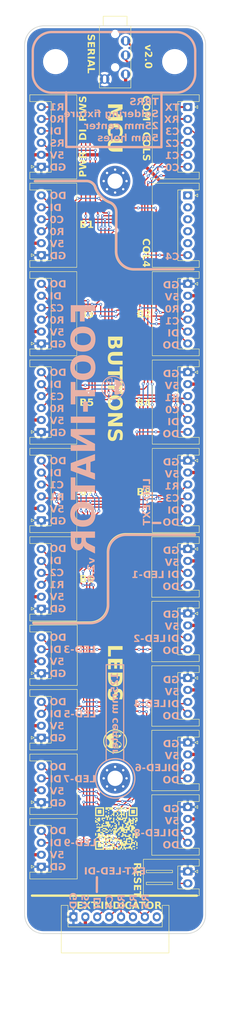
<source format=kicad_pcb>
(kicad_pcb (version 20240108) (generator "pcbnew") (generator_version "8.0")
  (layers (0 "F.Cu" power) (31 "B.Cu" power) (34 "B.Paste" user) (35 "F.Paste" user) (36 "B.SilkS" user "B.Silkscreen") (37 "F.SilkS" user "F.Silkscreen") (38 "B.Mask" user) (39 "F.Mask" user) (44 "Edge.Cuts" user))
  (net 0 "")
  (net 1 "GND")
  (net 2 "+5V")
  (net 3 "Serial-RX")
  (net 4 "Serial-TX")
  (net 5 "RESET")
  (net 6 "COL0")
  (net 7 "ROW0")
  (net 8 "LED-SIG")
  (net 9 "ROW1")
  (net 10 "COL3")
  (net 11 "COL1")
  (net 12 "COL2")
  (net 13 "COL4")
  (net 14 "LED-IND")
  (net 15 "LED-INT-IND")
  (net 16 "Net-(JB0-Pin_6)")
  (net 17 "Net-(JB1-Pin_6)")
  (net 18 "Net-(JB2-Pin_6)")
  (net 19 "Net-(JB3-Pin_6)")
  (net 20 "Net-(JB4-Pin_6)")
  (net 21 "Net-(JB5-Pin_6)")
  (net 22 "Net-(JB6-Pin_6)")
  (net 24 "Net-(JIN0-Pin_4)")
  (net 25 "Net-(JIN1-Pin_4)")
  (net 26 "Net-(JIN2-Pin_4)")
  (net 27 "Net-(JIN3-Pin_4)")
  (net 28 "Net-(JIN4-Pin_4)")
  (net 29 "Net-(JIN5-Pin_4)")
  (net 35 "Net-(JIN6-Pin_4)")
  (net 36 "Net-(JIN7-Pin_4)")
  (footprint "Connector_JST:JST_XH_1x06_P2.50mm_Horizontal-CT" (layer "F.Cu") (at 23.5 86.5 90)
    (property "Reference" "JB2" (hide yes))
    (property "Value" "Conn_01x06_Socket")
  )
  (footprint "Connector_JST:JST_XH_1x04_P2.50mm_Horizontal-CT" (layer "F.Cu") (at 54.25 129.5 -90)
    (property "Reference" "JIN0" (hide yes))
    (property "Value" "Conn_01x04_Socket")
  )
  (footprint "Connector_JST:JST_XH_1x06_P2.50mm_Horizontal-CT" (layer "F.Cu") (at 23.5 123.5 90)
    (property "Reference" "JB5" (hide yes))
    (property "Value" "Conn_01x06_Socket")
  )
  (footprint "Connector_JST:JST_XH_1x08_P2.50mm_Horizontal-CT" (layer "F.Cu") (at 30.25 206.5)
    (property "Reference" "JEX0" (hide yes))
    (property "Value" "Conn_01x08_Socket")
  )
  (footprint "Connector_JST:JST_XH_1x04_P2.50mm_Horizontal-CT" (layer "F.Cu") (at 23.5 196 90)
    (property "Reference" "JIN8" (hide yes))
    (property "Value" "Conn_01x04_Socket")
  )
  (footprint "Connector_JST:JST_XH_1x04_P2.50mm_Horizontal-CT" (layer "F.Cu") (at 23.5 182.5 90)
    (property "Reference" "JIN6" (hide yes))
    (property "Value" "Conn_01x04_Socket")
  )
  (footprint "MountingHole:MountingHole_5mm" (layer "F.Cu") (at 51.5 27.5)
    (property "Reference" "H5" (hide yes))
    (property "Value" "MountingHole")
  )
  (footprint "Connector_JST:JST_XH_1x06_P2.50mm_Horizontal-CT" (layer "F.Cu") (at 54.25 92.5 -90)
    (property "Reference" "JB4" (hide yes))
    (property "Value" "Conn_01x06_Socket")
  )
  (footprint "Connector_JST:JST_XH_S2B-XH-A_1x02_P2.50mm_Horizontal" (layer "F.Cu") (at 54.25 197 -90)
    (property "Reference" "JRST0" (hide yes))
    (property "Value" "Conn_01x02")
  )
  (footprint "ct-kicad:pedalinator-qr-10mm" (layer "F.Cu") (at 39.25 188)
    (property "Reference" "LOGO3" (hide yes))
    (property "Value" "**REF" (hide yes))
  )
  (footprint "Connector_JST:JST_XH_1x04_P2.50mm_Horizontal-CT" (layer "F.Cu") (at 23.5 169 90)
    (property "Reference" "JIN4" (hide yes))
    (property "Value" "Conn_01x04_Socket")
  )
  (footprint "Connector_JST:JST_XH_1x04_P2.50mm_Horizontal-CT" (layer "F.Cu") (at 54.25 170 -90)
    (property "Reference" "JIN5" (hide yes))
    (property "Value" "Conn_01x04_Socket")
  )
  (footprint "PJ-320A_Library:PJ-320A" (layer "F.Cu") (at 41.2 18 -90)
    (property "Reference" "JTX0" (hide yes))
    (property "Value" "AudioJack4")
  )
  (footprint "MountingHole:MountingHole_3.2mm_M3_Pad_Via" (layer "F.Cu") (at 39 177.5)
    (property "Reference" "H1" (hide yes))
    (property "Value" "MountingHole")
  )
  (footprint "Connector_JST:JST_XH_1x06_P2.50mm_Horizontal-CT" (layer "F.Cu") (at 23.5 49.5 90)
    (property "Reference" "JSRC0" (hide yes))
    (property "Value" "Conn_01x06_Socket")
  )
  (footprint "ct-kicad:awesome-logo" (layer "F.Cu") (at 39 169.74 -90)
    (property "Reference" "LOGO1" (hide yes))
    (property "Value" "**REF" (hide yes))
  )
  (footprint "Connector_JST:JST_XH_1x06_P2.50mm_Horizontal-CT" (layer "F.Cu") (at 54.25 111 -90)
    (property "Reference" "JB7" (hide yes))
    (property "Value" "Conn_01x06_Socket")
  )
  (footprint "Connector_JST:JST_XH_1x06_P2.50mm_Horizontal-CT" (layer "F.Cu") (at 23.5 142 90)
    (property "Reference" "JB6" (hide yes))
    (property "Value" "Conn_01x06_Socket")
  )
  (footprint "Connector_JST:JST_XH_1x04_P2.50mm_Horizontal-CT" (layer "F.Cu") (at 54.25 156.5 -90)
    (property "Reference" "JIN3" (hide yes))
    (property "Value" "Conn_01x04_Socket")
  )
  (footprint "Connector_JST:JST_XH_1x06_P2.50mm_Horizontal-CT" (layer "F.Cu") (at 54.25 55.5 -90)
    (property "Reference" "JSRC2" (hide yes))
    (property "Value" "Conn_01x06_Socket")
  )
  (footprint "Connector_JST:JST_XH_1x04_P2.50mm_Horizontal-CT" (layer "F.Cu") (at 23.5 155.5 90)
    (property "Reference" "JIN2" (hide yes))
    (property "Value" "Conn_01x04_Socket")
  )
  (footprint "Connector_JST:JST_XH_1x04_P2.50mm_Horizontal-CT" (layer "F.Cu") (at 54.25 183.5 -90)
    (property "Reference" "JIN7" (hide yes))
    (property "Value" "Conn_01x04_Socket")
  )
  (footprint "MountingHole:MountingHole_3.2mm_M3_Pad_Via" (layer "F.Cu") (at 39 52.5)
    (property "Reference" "H3" (hide yes))
    (property "Value" "MountingHole")
  )
  (footprint "Connector_JST:JST_XH_1x06_P2.50mm_Horizontal-CT" (layer "F.Cu") (at 23.5 105 90)
    (property "Reference" "JB3" (hide yes))
    (property "Value" "Conn_01x06_Socket")
  )
  (footprint "Connector_JST:JST_XH_1x06_P2.50mm_Horizontal-CT" (layer "F.Cu") (at 23.5 68 90)
    (property "Reference" "JB0" (hide yes))
    (property "Value" "Conn_01x06_Socket")
  )
  (footprint "Connector_JST:JST_XH_1x04_P2.50mm_Horizontal-CT" (layer "F.Cu") (at 54.25 143 -90)
    (property "Reference" "JIN1" (hide yes))
    (property "Value" "Conn_01x04_Socket")
  )
  (footprint "MountingHole:MountingHole_5mm" (layer "F.Cu") (at 26.5 27.5)
    (property "Reference" "H4" (hide yes))
    (property "Value" "MountingHole")
  )
  (footprint "Connector_JST:JST_XH_1x06_P2.50mm_Horizontal-CT" (layer "F.Cu") (at 54.25 37 -90)
    (property "Reference" "JSRC1" (hide yes))
    (property "Value" "Conn_01x06_Socket")
  )
  (footprint "Connector_JST:JST_XH_1x06_P2.50mm_Horizontal-CT" (layer "F.Cu") (at 54.25 74 -90)
    (property "Reference" "JB1" (hide yes))
    (property "Value" "Conn_01x06_Socket")
  )
  (footprint "ct-kicad:awesome-logo" (layer "B.Cu") (at 38.58 95.75 -90)
    (property "Reference" "LOGO2" (hide yes))
    (property "Value" "**REF" (hide yes))
  )
  (gr_line (start 33.79489 145.021506) (end 21.87484 145.090886) (stroke (width 0.5)) (layer "B.SilkS"))
  (gr_arc (start 37.80479 56.888494) (mid 38.853834 57.67254) (end 39.257223 58.918533) (stroke (width 0.5)) (layer "B.SilkS"))
  (gr_line (start 37.12 153.72) (end 40.8 153.73) (stroke (width 0.25)) (layer "B.SilkS"))
  (gr_line (start 41.28963 126.539379) (end 55.76484 126.570886) (stroke (width 0.5)) (layer "B.SilkS"))
  (gr_line (start 28.73 33.93) (end 28.73 45.35) (stroke (width 0.5)) (layer "B.SilkS"))
  (gr_arc (start 37.80479 56.888493) (mid 36.004881 55.650072) (end 34.867253 53.784821) (stroke (width 0.5)) (layer "B.SilkS"))
  (gr_line (start 39.23963 67.21938) (end 39.26479 58.918493) (stroke (width 0.5)) (layer "B.SilkS"))
  (gr_line (start 25.71 21.31) (end 51.82 21.31) (stroke (width 0.5)) (layer "B.SilkS"))
  (gr_arc (start 33.06479 52.458494) (mid 34.181186 52.835285) (end 34.889634 53.77678) (stroke (width 0.5)) (layer "B.SilkS"))
  (gr_arc (start 21.71 25.31) (mid 22.881573 22.481573) (end 25.71 21.31) (stroke (width 0.5)) (layer "B.SilkS"))
  (gr_line (start 37.12 173.7) (end 37.12 153.72) (stroke (width 0.25)) (layer "B.SilkS"))
  (gr_arc (start 55.82 30) (mid 54.648427 32.828427) (end 51.82 34) (stroke (width 0.5)) (layer "B.SilkS"))
  (gr_line (start 48.73 45.4) (end 28.73 45.35) (stroke (width 0.5)) (layer "B.SilkS"))
  (gr_line (start 48.73 33.98) (end 48.73 45.4) (stroke (width 0.5)) (layer "B.SilkS"))
  (gr_line (start 37.53968 130.269999) (end 37.54484 141.290886) (stroke (width 0.5)) (layer "B.SilkS"))
  (gr_arc (start 42.98958 70.95) (mid 40.34479 69.858493) (end 39.23963 67.21938) (stroke (width 0.5)) (layer "B.SilkS"))
  (gr_line (start 42.94958 70.95) (end 55.44479 70.938493) (stroke (width 0.5)) (layer "B.SilkS"))
  (gr_line (start 33.06479 52.458493) (end 22.20479 52.478493) (stroke (width 0.5)) (layer "B.SilkS"))
  (gr_arc (start 51.82 21.31) (mid 54.648427 22.481573) (end 55.82 25.31) (stroke (width 0.5)) (layer "B.SilkS"))
  (gr_circle (center 39.01 177.51) (end 43.146967 177.51) (stroke (width 0.25)) (fill none) (layer "B.SilkS"))
  (gr_arc (start 37.53968 130.269999) (mid 38.644841 127.630886) (end 41.28963 126.539379) (stroke (width 0.5)) (layer "B.SilkS"))
  (gr_line (start 21.71 30) (end 21.71 25.31) (stroke (width 0.5)) (layer "B.SilkS"))
  (gr_line (start 40.8 173.71) (end 40.8 153.73) (stroke (width 0.25)) (layer "B.SilkS"))
  (gr_arc (start 37.54484 141.290886) (mid 36.43968 143.93) (end 33.79489 145.021506) (stroke (width 0.5)) (layer "B.SilkS"))
  (gr_line (start 46.92 124.05) (end 48.48 124.05) (stroke (width 0.5)) (layer "B.SilkS"))
  (gr_line (start 55.82 25.31) (end 55.82 30) (stroke (width 0.5)) (layer "B.SilkS"))
  (gr_line (start 35.165 201.275) (end 35.175 198.205) (stroke (width 0.5)) (layer "B.SilkS"))
  (gr_line (start 51.82 34) (end 25.71 34) (stroke (width 0.5)) (layer "B.SilkS"))
  (gr_arc (start 25.71 34) (mid 22.881573 32.828427) (end 21.71 30) (stroke (width 0.5)) (layer "B.SilkS"))
  (gr_line (start 37.5 141.17) (end 37.49484 130.149113) (stroke (width 0.5)) (layer "F.SilkS"))
  (gr_arc (start 37.49484 130.149113) (mid 38.6 127.51) (end 41.24479 126.418493) (stroke (width 0.5)) (layer "F.SilkS"))
  (gr_line (start 21.549975 202.05469) (end 56.16 202.06) (stroke (width 0.5)) (layer "F.SilkS"))
  (gr_arc (start 37.76 56.92) (mid 35.960091 55.681579) (end 34.822463 53.816328) (stroke (width 0.5)) (layer "F.SilkS"))
  (gr_line (start 55.4 70.97) (end 42.90479 70.981507) (stroke (width 0.5)) (layer "F.SilkS"))
  (gr_arc (start 33.02 52.490001) (mid 34.136396 52.866792) (end 34.844844 53.808287) (stroke (width 0.5)) (layer "F.SilkS"))
  (gr_arc (start 42.94479 70.981507) (mid 40.3 69.89) (end 39.19484 67.250887) (stroke (width 0.5)) (layer "F.SilkS"))
  (gr_arc (start 37.76 56.920001) (mid 38.809044 57.704047) (end 39.212433 58.95004) (stroke (width 0.5)) (layer "F.SilkS"))
  (gr_arc (start 37.5 141.17) (mid 36.39484 143.809114) (end 33.75005 144.90062) (stroke (width 0.5)) (layer "F.SilkS"))
  (gr_line (start 22.16 52.51) (end 33.02 52.49) (stroke (width 0.5)) (layer "F.SilkS"))
  (gr_line (start 21.83 144.97) (end 33.75005 144.90062) (stroke (width 0.5)) (layer "F.SilkS"))
  (gr_line (start 55.72 126.45) (end 41.24479 126.418493) (stroke (width 0.5)) (layer "F.SilkS"))
  (gr_line (start 39.22 58.95) (end 39.19484 67.250887) (stroke (width 0.5)) (layer "F.SilkS"))
  (gr_line (start 20 206) (end 20 24) (stroke (width 0.15)) (layer "Edge.Cuts"))
  (gr_arc (start 54 20) (mid 56.828427 21.171573) (end 58 24) (stroke (width 0.15)) (layer "Edge.Cuts"))
  (gr_line (start 54 210) (end 24 210) (stroke (width 0.15)) (layer "Edge.Cuts"))
  (gr_line (start 58 24) (end 58 206) (stroke (width 0.15)) (layer "Edge.Cuts"))
  (gr_arc (start 20 24) (mid 21.171573 21.171573) (end 24 20) (stroke (width 0.15)) (layer "Edge.Cuts"))
  (gr_arc (start 58 206) (mid 56.828427 208.828427) (end 54 210) (stroke (width 0.15)) (layer "Edge.Cuts"))
  (gr_line (start 24 20) (end 54 20) (stroke (width 0.15)) (layer "Edge.Cuts"))
  (gr_arc (start 24 210) (mid 21.171573 208.828427) (end 20 206) (stroke (width 0.15)) (layer "Edge.Cuts"))
  (gr_text "LED-3" (at 28.13 151.49 0) (layer "B.SilkS") (effects (font (size 1.5 1.5) (thickness 0.3) (bold yes)) (justify right bottom mirror)))
  (gr_text "TX\nRX\nC3\nC2\nC1\nC0" (at 52.5 50.64 0) (layer "B.SilkS") (effects (font (size 1.5 1.5) (thickness 0.3) (bold yes)) (justify left bottom mirror)))
  (gr_text "DO\nDI\n5V\nGD" (at 25.25 197.01 0) (layer "B.SilkS") (effects (font (size 1.5 1.5) (thickness 0.3) (bold yes)) (justify right bottom mirror)))
  (gr_text "LED-6" (at 43.13 176.26 0) (layer "B.SilkS") (effects (font (size 1.5 1.5) (thickness 0.3) (bold yes)) (justify right bottom mirror)))
  (gr_text "EXT-LED-DI" (at 32.46 197.89 0) (layer "B.SilkS") (effects (font (size 1.5 1.5) (thickness 0.3) (bold yes)) (justify right bottom mirror)))
  (gr_text "DO\nDI\nC1\nR1\n5V\nGD" (at 25.25 124.63 0) (layer "B.SilkS") (effects (font (size 1.5 1.5) (thickness 0.3) (bold yes)) (justify right bottom mirror)))
  (gr_text "DO\nDI\nC3\nR0\n5V\nGD" (at 25.25 106.13 0) (layer "B.SilkS") (effects (font (size 1.5 1.5) (thickness 0.3) (bold yes)) (justify right bottom mirror)))
  (gr_text "DO\nDI\nC0\nR0\n5V\nGD" (at 25.25 69.11 0) (layer "B.SilkS") (effects (font (size 1.5 1.5) (thickness 0.3) (bold yes)) (justify right bottom mirror)))
  (gr_text "FOOT-INATOR" (at 35.63 130.59 -270) (layer "B.SilkS") (effects (font (size 5 5) (thickness 0.3) (bold yes)) (justify right bottom mirror)))
  (gr_text "GD\n5V\nR1\nC0\nDI\nDO" (at 52.5 106.38 0) (layer "B.SilkS") (effects (font (size 1.5 1.5) (thickness 0.3) (bold yes)) (justify left bottom mirror)))
  (gr_text "TRRS \nSoldering fixture\n25mm center\n5mm holes" (at 48.15 44.41 0) (layer "B.SilkS") (effects (font (size 1.5 1.5) (thickness 0.3) (bold yes)) (justify left bottom mirror)))
  (gr_text "DO\nDI\n5V\nGD" (at 25.25 183.65 0) (layer "B.SilkS") (effects (font (size 1.5 1.5) (thickness 0.3) (bold yes)) (justify right bottom mirror)))
  (gr_text "LED-7" (at 28.07 178.6 0) (layer "B.SilkS") (effects (font (size 1.5 1.5) (thickness 0.3) (bold yes)) (justify right bottom mirror)))
  (gr_text "v2.0" (at 34.95 136.35 -270) (layer "B.SilkS") (effects (font (size 1.5 1.5) (thickness 0.3) (bold yes)) (justify right bottom mirror)))
  (gr_text "GD\n5V\nDI\nDO" (at 52.5 138.33 0) (layer "B.SilkS") (effects (font (size 1.5 1.5) (thickness 0.3) (bold yes)) (justify left bottom mirror)))
  (gr_text "125mm center" (at 39.85 155.29 90) (layer "B.SilkS") (effects (font (size 1.5 1.5) (thickness 0.3) (bold yes)) (justify left bottom mirror)))
  (gr_text "LED-EXT" (at 46.61 124.59 90) (layer "B.SilkS") (effects (font (size 1.5 1.5) (thickness 0.3) (bold yes)) (justify right bottom mirror)))
  (gr_text "LED-9" (at 28.2 191.95 0) (layer "B.SilkS") (effects (font (size 1.5 1.5) (thickness 0.3) (bold yes)) (justify right bottom mirror)))
  (gr_text "GD\n5V\nDI\nDO" (at 52.5 178.8 0) (layer "B.SilkS") (effects (font (size 1.5 1.5) (thickness 0.3) (bold yes)) (justify left bottom mirror)))
  (gr_text "LED-5" (at 28.17 165.01 0) (layer "B.SilkS") (effects (font (size 1.5 1.5) (thickness 0.3) (bold yes)) (justify right bottom mirror)))
  (gr_text "R1\nR0\nDI\nRS\n5V\nGD" (at 25.25 50.58 0) (layer "B.SilkS") (effects (font (size 1.5 1.5) (thickness 0.3) (bold yes)) (justify right bottom mirror)))
  (gr_text "DO\nDI\nC2\nR0\n5V\nGD" (at 25.25 87.62 0) (layer "B.SilkS") (effects (font (size 1.5 1.5) (thickness 0.3) (bold yes)) (justify right bottom mirror)))
  (gr_text "DO\nDI\nC2\nR1\n5V\nGD" (at 25.25 143 0) (layer "B.SilkS") (effects (font (size 1.5 1.5) (thickness 0.3) (bold yes)) (justify right bottom mirror)))
  (gr_text "GD\n5V\nDI\nDO" (at 52.5 165.41 0) (layer "B.SilkS") (effects (font (size 1.5 1.5) (thickness 0.3) (bold yes)) (justify left bottom mirror)))
  (gr_text "GD\n5V\nDI\nDO" (at 52.5 192.42 0) (layer "B.SilkS") (effects (font (size 1.5 1.5) (thickness 0.3) (bold yes)) (justify left bottom mirror)))
  (gr_text "LED-1" (at 42.48 135.84 0) (layer "B.SilkS") (effects (font (size 1.5 1.5) (thickness 0.3) (bold yes)) (justify right bottom mirror)))
  (gr_text "LED-4" (at 42.89 162.84 0) (layer "B.SilkS") (effects (font (size 1.5 1.5) (thickness 0.3) (bold yes)) (justify right bottom mirror)))
  (gr_text "DO\nDI\n5V\nGD" (at 25.25 170.03 0) (layer "B.SilkS") (effects (font (size 1.5 1.5) (thickness 0.3) (bold yes)) (justify right bottom mirror)))
  (gr_text "GD\n5V\nR0\nC1\nDI\nDO" (at 52.5 87.81 0) (layer "B.SilkS") (effects (font (size 1.5 1.5) (thickness 0.3) (bold yes)) (justify left bottom mirror)))
  (gr_text "LED-2" (at 42.81 149.22 0) (layer "B.SilkS") (effects (font (size 1.5 1.5) (thickness 0.3) (bold yes)) (justify right bottom mirror)))
  (gr_text "GD\n5V\nR1\nC3\nDI\nDO" (at 52.5 124.88 0) (layer "B.SilkS") (effects (font (size 1.5 1.5) (thickness 0.3) (bold yes)) (justify left bottom mirror)))
  (gr_text "LED-8" (at 42.894765 189.896498 0) (layer "B.SilkS") (effects (font (size 1.5 1.5) (thickness 0.3) (bold yes)) (justify right bottom mirror)))
  (gr_text "GD\n5V\nDI\nDO" (at 52.5 151.72 0) (layer "B.SilkS") (effects (font (size 1.5 1.5) (thickness 0.3) (bold yes)) (justify left bottom mirror)))
  (gr_text "C4" (at 52.5 69.26 0) (layer "B.SilkS") (effects (font (size 1.5 1.5) (thickness 0.3) (bold yes)) (justify left bottom mirror)))
  (gr_text "DO\nDI\n5V\nGD" (at 25.25 156.55 0) (layer "B.SilkS") (effects (font (size 1.5 1.5) (thickness 0.3) (bold yes)) (justify right bottom mirror)))
  (gr_text "GD\n5V\nDI\nC4\nR0\nR1\nRS\n\n" (at 48.84 204.86 90) (layer "B.SilkS") (effects (font (size 1.5 1.5) (thickness 0.3) (bold yes)) (justify right bottom mirror)))
  (gr_text "COL4" (at 44.56 70.58 270) (layer "F.SilkS") (effects (font (size 1.5 1.5) (thickness 0.3) (bold yes)) (justify right bottom)))
  (gr_text "B1" (at 31.5 62.56 0) (layer "F.SilkS") (effects (font (size 1.5 1.5) (thickness 0.3) (bold yes)) (justify left bottom)))
  (gr_text "v2.0" (at 45.02 28.99 270) (layer "F.SilkS") (effects (font (size 1.5 1.5) (thickness 0.3) (bold yes)) (justify right bottom)))
  (gr_text "B8" (at 43.5 118.53 0) (layer "F.SilkS") (effects (font (size 1.5 1.5) (thickness 0.3) (bold yes)) (justify left bottom)))
  (gr_text "RESET" (at 42.69 195.08 -90) (layer "F.SilkS") (effects (font (size 1.5 1.5) (thickness 0.3) (bold yes)) (justify left bottom)))
  (gr_text "MCU" (at 37 46.73 270) (layer "F.SilkS") (effects (font (size 3 3) (thickness 0.3) (bold yes)) (justify right bottom)))
  (gr_text "COM   COLS" (at 44.59 48.35 270) (layer "F.SilkS") (effects (font (size 1.5 1.5) (thickness 0.3) (bold yes)) (justify right bottom)))
  (gr_text "B3" (at 31.5 81.33 0) (layer "F.SilkS") (effects (font (size 1.5 1.5) (thickness 0.3) (bold yes)) (justify left bottom)))
  (gr_text "LEDS" (at 37 161.49 270) (layer "F.SilkS") (effects (font (size 3 3) (thickness 0.3) (bold yes)) (justify right bottom)))
  (gr_text "PWR   DI  RWS" (at 33.2 34.63 90) (layer "F.SilkS") (effects (font (size 1.5 1.5) (thickness 0.3) (bold yes)) (justify right bottom)))
  (gr_text "BUTTONS" (at 37 107.21 270) (layer "F.SilkS") (effects (font (size 3 3) (thickness 0.3) (bold yes)) (justify right bottom)))
  (gr_text "EXT-INDICATOR" (at 30.88 205.08 0) (layer "F.SilkS") (effects (font (size 1.5 1.5) (thickness 0.3) (bold yes)) (justify left bottom)))
  (gr_text "B4" (at 43.5 99.91 0) (layer "F.SilkS") (effects (font (size 1.5 1.5) (thickness 0.3) (bold yes)) (justify left bottom)))
  (gr_text "SERIAL" (at 32.98 30.01 270) (layer "F.SilkS") (effects (font (size 1.5 1.5) (thickness 0.3) (bold yes)) (justify right bottom)))
  (gr_text "B7" (at 31.5 118.53 0) (layer "F.SilkS") (effects (font (size 1.5 1.5) (thickness 0.3) (bold yes)) (justify left bottom)))
  (gr_text "B5" (at 31.5 99.8 0) (layer "F.SilkS") (effects (font (size 1.5 1.5) (thickness 0.3) (bold yes)) (justify left bottom)))
  (gr_text "B6" (at 31.5 136.75 0) (layer "F.SilkS") (effects (font (size 1.5 1.5) (thickness 0.3) (bold yes)) (justify left bottom)))
  (gr_text "B2" (at 43.5 81.3 0) (layer "F.SilkS") (effects (font (size 1.5 1.5) (thickness 0.3) (bold yes)) (justify left bottom)))
  (segment (start 21.27 177.77) (end 21.27 193.13) (width 0.7) (layer "F.Cu") (net 2))
  (segment (start 21.27 81.77) (end 21.27 83.97) (width 0.7) (layer "F.Cu") (net 2))
  (segment (start 21.27 177.77) (end 21.27 180) (width 0.7) (layer "F.Cu") (net 2))
  (segment (start 56.41 157.44) (end 56.41 159) (width 0.7) (layer "F.Cu") (net 2))
  (segment (start 21.27 139.5) (end 23.5 139.5) (width 0.7) (layer "F.Cu") (net 2))
  (segment (start 56.415 76.305) (end 56.22 76.5) (width 0.7) (layer "F.Cu") (net 2))
  (segment (start 56.38 95) (end 54.25 95) (width 0.7) (layer "F.Cu") (net 2))
  (segment (start 56.41 145.48) (end 56.39 145.5) (width 0.7) (layer "F.Cu") (net 2))
  (segment (start 56.41 143.94) (end 56.41 145.48) (width 0.7) (layer "F.Cu") (net 2))
  (segment (start 56.41 130.44) (end 56.41 132) (width 0.7) (layer "F.Cu") (net 2))
  (segment (start 21.29 65.5) (end 23.5 65.5) (width 0.7) (layer "F.Cu") (net 2))
  (segment (start 56.41 94.25) (end 56.41 111.34) (width 0.7) (layer "F.Cu") (net 2))
  (segment (start 21.27 100.87) (end 21.27 102.5) (width 0.7) (layer "F.Cu") (net 2))
  (segment (start 39.41 47.01) (end 39.4 47) (width 0.7) (layer "F.Cu") (net 2))
  (segment (start 21.3 84) (end 23.5 84) (width 0.7) (layer "F.Cu") (net 2))
  (segment (start 21.27 83.97) (end 21.3 84) (width 0.7) (layer "F.Cu") (net 2))
  (segment (start 21.27 102.5) (end 23.5 102.5) (width 0.7) (layer "F.Cu") (net 2))
  (segment (start 56.41 184.44) (end 56.41 201.55) (width 0.7) (layer "F.Cu") (net 2))
  (segment (start 33.15 208.52) (end 32.75 208.12) (width 0.7) (layer "F.Cu") (net 2))
  (segment (start 21.27 118.77) (end 21.27 137.27) (width 0.7) (layer "F.Cu") (net 2))
  (segment (start 21.64 193.5) (end 23.5 193.5) (width 0.7) (layer "F.Cu") (net 2))
  (segment (start 56.41 185.8) (end 56.21 186) (width 0.7) (layer "F.Cu") (net 2))
  (segment (start 40.01 47.01) (end 42.98 47.01) (width 0.7) (layer "F.Cu") (net 2))
  (segment (start 56.22 76.5) (end 54.25 76.5) (width 0.7) (layer "F.Cu") (net 2))
  (segment (start 49.44 208.52) (end 33.15 208.52) (width 0.7) (layer "F.Cu") (net 2))
  (segment (start 40.01 47.01) (end 39.41 47.01) (width 0.7) (layer "F.Cu") (net 2))
  (segment (start 21.27 152.98) (end 21.29 153) (width 0.7) (layer "F.Cu") (net 2))
  (segment (start 21.27 193.13) (end 21.64 193.5) (width 0.7) (layer "F.Cu") (net 2))
  (segment (start 21.27 137.27) (end 21.27 139.5) (width 0.7) (layer "F.Cu") (net 2))
  (segment (start 56.41 157.44) (end 56.41 170.94) (width 0.7) (layer "F.Cu") (net 2))
  (segment (start 21.27 65.48) (end 21.29 65.5) (width 0.7) (layer "F.Cu") (net 2))
  (segment (start 21.27 164.27) (end 21.27 166.5) (width 0.7) (layer "F.Cu") (net 2))
  (segment (start 32.75 208.12) (end 32.75 206.5) (width 0.7) (layer "F.Cu") (net 2))
  (segment (start 56.415 94.245) (end 56.41 94.25) (width 0.7) (layer "F.Cu") (net 2))
  (segment (start 56.35 172.5) (end 54.25 172.5) (width 0.7) (layer "F.Cu") (net 2))
  (segment (start 56.41 170.94) (end 56.41 172.44) (width 0.7) (layer "F.Cu") (net 2))
  (segment (start 21.27 118.77) (end 21.27 121) (width 0.7) (layer "F.Cu") (net 2))
  (segment (start 56.41 130.44) (end 56.41 143.94) (width 0.7) (layer "F.Cu") (net 2))
  (segment (start 21.27 180) (end 23.5 180) (width 0.7) (layer "F.Cu") (net 2))
  (segment (start 55.61 52.45) (end 56.4 53.24) (width 0.7) (layer "F.Cu") (net 2))
  (segment (start 21.27 121) (end 23.5 121) (width 0.7) (layer "F.Cu") (net 2))
  (segment (start 41.2 47.01) (end 41.2 30.15) (width 0.7) (layer "F.Cu") (net 2))
  (segment (start 22.07 47) (end 21.27 47.8) (width 0.7) (layer "F.Cu") (net 2))
  (segment (start 21.29 153) (end 23.5 153) (width 0.7) (layer "F.Cu") (net 2))
  (segment (start 21.27 137.27) (end 21.27 150.895) (width 0.7) (layer "F.Cu") (net 2))
  (segment (start 56.41 111.34) (end 56.41 113.5) (width 0.7) (layer "F.Cu") (net 2))
  (segment (start 21.27 150.895) (end 21.27 152.98) (width 0.7) (layer "F.Cu") (net 2))
  (segment (start 56.41 143.94) (end 56.41 157.44) (width 0.7) (layer "F.Cu") (net 2))
  (segment (start 48.42 52.45) (end 55.61 52.45) (width 0.7) (layer "F.Cu") (net 2))
  (segment (start 56.41 172.44) (end 56.35 172.5) (width 0.7) (layer "F.Cu") (net 2))
  (segment (start 56.41 132) (end 54.25 132) (width 0.7) (layer "F.Cu") (net 2))
  (segment (start 56.41 111.34) (end 56.41 130.44) (width 0.7) (layer "F.Cu") (net 2))
  (segment (start 21.27 150.895) (end 21.27 164.27) (width 0.7) (layer "F.Cu") (net 2))
  (segment (start 56.4 53.24) (end 56.4 76.29) (width 0.7) (layer "F.Cu") (net 2))
  (segment (start 56.415 94.245) (end 56.415 94.965) (width 0.7) (layer "F.Cu") (net 2))
  (segment (start 56.39 145.5) (end 54.25 145.5) (width 0.7) (layer "F.Cu") (net 2))
  (segment (start 56.415 76.305) (end 56.415 94.245) (width 0.7) (layer "F.Cu") (net 2))
  (segment (start 21.27 164.27) (end 21.27 177.77) (width 0.7) (layer "F.Cu") (net 2))
  (segment (start 56.415 94.965) (end 56.38 95) (width 0.7) (layer "F.Cu") (net 2))
  (segment (start 56.21 186) (end 54.25 186) (width 0.7) (layer "F.Cu") (net 2))
  (segment (start 42.98 47.01) (end 48.42 52.45) (width 0.7) (layer "F.Cu") (net 2))
  (segment (start 56.41 170.94) (end 56.41 184.44) (width 0.7) (layer "F.Cu") (net 2))
  (segment (start 56.41 201.55) (end 49.44 208.52) (width 0.7) (layer "F.Cu") (net 2))
  (segment (start 40.01 47.01) (end 41.2 47.01) (width 0.7) (layer "F.Cu") (net 2))
  (segment (start 21.27 166.5) (end 23.5 166.5) (width 0.7) (layer "F.Cu") (net 2))
  (segment (start 21.27 100.87) (end 21.27 118.77) (width 0.7) (layer "F.Cu") (net 2))
  (segment (start 23.5 47) (end 22.07 47) (width 0.7) (layer "F.Cu") (net 2))
  (segment (start 56.4 76.29) (end 56.415 76.305) (width 0.7) (layer "F.Cu") (net 2))
  (segment (start 21.27 47.8) (end 21.27 63.27) (width 0.7) (layer "F.Cu") (net 2))
  (segment (start 21.27 81.77) (end 21.27 100.87) (width 0.7) (layer "F.Cu") (net 2))
  (segment (start 23.5 47) (end 39.4 47) (width 0.7) (layer "F.Cu") (net 2))
  (segment (start 21.27 63.27) (end 21.27 81.77) (width 0.7) (layer "F.Cu") (net 2))
  (segment (start 56.41 159) (end 54.25 159) (width 0.7) (layer "F.Cu") (net 2))
  (segment (start 21.27 63.27) (end 21.27 65.48) (width 0.7) (layer "F.Cu") (net 2))
  (segment (start 56.41 184.44) (end 56.41 185.8) (width 0.7) (layer "F.Cu") (net 2))
  (segment (start 56.41 113.5) (end 54.25 113.5) (width 0.7) (layer "F.Cu") (net 2))
  (segment (start 43.16 29.1) (end 41.2 27.14) (width 0.4) (layer "F.Cu") (net 3))
  (segment (start 41.2 27.14) (end 41.2 26.15) (width 0.4) (layer "F.Cu") (net 3))
  (segment (start 48.21 39.5) (end 43.16 34.45) (width 0.4) (layer "F.Cu") (net 3))
  (segment (start 43.16 34.45) (end 43.16 29.1) (width 0.4) (layer "F.Cu") (net 3))
  (segment (start 54.25 39.5) (end 48.21 39.5) (width 0.4) (layer "F.Cu") (net 3))
  (segment (start 54.25 37) (end 47.23 37) (width 0.4) (layer "F.Cu") (net 4))
  (segment (start 41.36 23.15) (end 41.2 23.15) (width 0.4) (layer "F.Cu") (net 4))
  (segment (start 44.24 26.03) (end 41.36 23.15) (width 0.4) (layer "F.Cu") (net 4))
  (segment (start 47.23 37) (end 44.24 34.01) (width 0.4) (layer "F.Cu") (net 4))
  (segment (start 44.24 34.01) (end 44.24 26.03) (width 0.4) (layer "F.Cu") (net 4))
  (segment (start 34.84 118.01) (end 34.84 112.51) (width 0.25) (layer "F.Cu") (net 5))
  (segment (start 45.25 206.22) (end 51.97 199.5) (width 0.25) (layer "F.Cu") (net 5))
  (segment (start 33.66 183.57) (end 33.66 136.86) (width 0.25) (layer "F.Cu") (net 5))
  (segment (start 35.66 98.23) (end 37.67 98.23) (width 0.25) (layer "F.Cu") (net 5))
  (segment (start 34.895 118.065) (end 34.84 118.01) (width 0.25) (layer "F.Cu") (net 5))
  (segment (start 35.29 112.06) (end 35.29 98.6) (width 0.25) (layer "F.Cu") (net 5))
  (segment (start 34.86 46.06) (end 25.28 46.06) (width 0.25) (layer "F.Cu") (net 5))
  (segment (start 51.97 199.5) (end 54.25 199.5) (width 0.25) (layer "F.Cu") (net 5))
  (segment (start 35.05 135.47) (end 35.05 122.27) (width 0.25) (layer "F.Cu") (net 5))
  (segment (start 41.71 192.07) (end 41.71 202.96) (width 0.25) (layer "F.Cu") (net 5))
  (segment (start 39.67 190.03) (end 41.71 192.07) (width 0.25) (layer "F.Cu") (net 5))
  (segment (start 34.86 57.49) (end 36.54 59.17) (width 0.25) (layer "F.Cu") (net 5))
  (segment (start 25.28 46.06) (end 23.72 44.5) (width 0.25) (layer "F.Cu") (net 5))
  (segment (start 35.29 98.6) (end 35.66 98.23) (width 0.25) (layer "F.Cu") (net 5))
  (segment (start 35.59 121.73) (end 35.59 121.55) (width 0.25) (layer "F.Cu") (net 5))
  (segment (start 36.26 186.17) (end 33.66 183.57) (width 0.25) (layer "F.Cu") (net 5))
  (segment (start 41.71 202.96) (end 45.25 206.5) (width 0.25) (layer "F.Cu") (net 5))
  (segment (start 34.84 112.51) (end 35.29 112.06) (width 0.25) (layer "F.Cu") (net 5))
  (segment (start 36.54 59.17) (end 37.66 59.17) (width 0.25) (layer "F.Cu") (net 5))
  (segment (start 37.97 62.17) (end 37.65 62.49) (width 0.25) (layer "F.Cu") (net 5))
  (segment (start 37.65 62.49) (end 37.65 96.77) (width 0.25) (layer "F.Cu") (net 5))
  (segment (start 37.65 96.77) (end 37.67 96.79) (width 0.25) (layer "F.Cu") (net 5))
  (segment (start 45.25 206.5) (end 45.25 206.22) (width 0.25) (layer "F.Cu") (net 5))
  (segment (start 36.26 189.98) (end 36.26 186.17) (width 0.25) (layer "F.Cu") (net 5))
  (segment (start 23.72 44.5) (end 23.5 44.5) (width 0.25) (layer "F.Cu") (net 5))
  (segment (start 35.05 122.27) (end 35.59 121.73) (width 0.25) (layer "F.Cu") (net 5))
  (segment (start 34.86 47.88) (end 34.86 57.49) (width 0.25) (layer "F.Cu") (net 5))
  (segment (start 38.55 190.03) (end 39.67 190.03) (width 0.25) (layer "F.Cu") (net 5))
  (segment (start 33.66 136.86) (end 35.05 135.47) (width 0.25) (layer "F.Cu") (net 5))
  (via (at 37.97 62.17) (size 0.6) (drill 0.3) (layers "F.Cu" "B.Cu") (net 5))
  (via (at 37.67 98.23) (size 0.6) (drill 0.3) (layers "F.Cu" "B.Cu") (net 5))
  (via (at 37.67 96.79) (size 0.6) (drill 0.3) (layers "F.Cu" "B.Cu") (net 5))
  (via (at 38.55 190.03) (size 0.6) (drill 0.3) (layers "F.Cu" "B.Cu") (net 5))
  (via (at 34.895 118.065) (size 0.6) (drill 0.3) (layers "F.Cu" "B.Cu") (net 5))
  (via (at 34.86 47.88) (size 0.6) (drill 0.3) (layers "F.Cu" "B.Cu") (net 5))
  (via (at 35.59 121.55) (size 0.6) (drill 0.3) (layers "F.Cu" "B.Cu") (net 5))
  (via (at 37.66 59.17) (size 0.6) (drill 0.3) (layers "F.Cu" "B.Cu") (net 5))
  (via (at 34.86 46.06) (size 0.6) (drill 0.3) (layers "F.Cu" "B.Cu") (net 5))
  (via (at 36.26 189.98) (size 0.6) (drill 0.3) (layers "F.Cu" "B.Cu") (net 5))
  (segment (start 34.86 46.06) (end 34.86 47.88) (width 0.25) (layer "B.Cu") (net 5))
  (segment (start 37.66 61.86) (end 37.66 59.17) (width 0.25) (layer "B.Cu") (net 5))
  (segment (start 36.26 189.98) (end 38.5 189.98) (width 0.25) (layer "B.Cu") (net 5))
  (segment (start 38.5 189.98) (end 38.55 190.03) (width 0.25) (layer "B.Cu") (net 5))
  (segment (start 37.67 96.79) (end 37.67 98.23) (width 0.25) (layer "B.Cu") (net 5))
  (segment (start 35.59 118.76) (end 34.895 118.065) (width 0.25) (layer "B.Cu") (net 5))
  (segment (start 37.97 62.17) (end 37.66 61.86) (width 0.25) (layer "B.Cu") (net 5))
  (segment (start 35.59 121.55) (end 35.59 118.76) (width 0.25) (layer "B.Cu") (net 5))
  (segment (start 52.53 49.5) (end 54.25 49.5) (width 0.25) (layer "F.Cu") (net 6))
  (segment (start 45.23 59.96) (end 44.69 60.5) (width 0.25) (layer "F.Cu") (net 6))
  (segment (start 36.87 97.2) (end 37.19 97.52) (width 0.25) (layer "F.Cu") (net 6))
  (segment (start 36.87 62.11) (end 36.87 62.17) (width 0.25) (layer "F.Cu") (net 6))
  (segment (start 45.94 51.44) (end 45.94 51.74) (width 0.25) (layer "F.Cu") (net 6))
  (segment (start 36.87 60.5) (end 23.5 60.5) (width 0.25) (layer "F.Cu") (net 6))
  (segment (start 52.87 98.62) (end 54.25 100) (width 0.25) (layer "F.Cu") (net 6))
  (segment (start 38.8 97.52) (end 39.9 98.62) (width 0.25) (layer "F.Cu") (net 6))
  (segment (start 36.87 62.17) (end 36.87 97.2) (width 0.25) (layer "F.Cu") (net 6))
  (segment (start 52.52 49.51) (end 52.53 49.5) (width 0.25) (layer "F.Cu") (net 6))
  (segment (start 37.19 97.52) (end 38.8 97.52) (width 0.25) (layer "F.Cu") (net 6))
  (segment (start 39.9 98.62) (end 52.87 98.62) (width 0.25) (layer "F.Cu") (net 6))
  (segment (start 44.69 60.5) (end 36.87 60.5) (width 0.25) (layer "F.Cu") (net 6))
  (segment (start 45.94 51.74) (end 45.23 52.45) (width 0.25) (layer "F.Cu") (net 6))
  (segment (start 45.23 52.45) (end 45.23 59.96) (width 0.25) (layer "F.Cu") (net 6))
  (segment (start 48.9 49.51) (end 52.52 49.51) (width 0.25) (layer "F.Cu") (net 6))
  (via (at 36.87 60.5) (size 0.6) (drill 0.3) (layers "F.Cu" "B.Cu") (net 6))
  (via (at 36.87 62.17) (size 0.6) (drill 0.3) (layers "F.Cu" "B.Cu") (net 6))
  (via (at 45.94 51.44) (size 0.6) (drill 0.3) (layers "F.Cu" "B.Cu") (net 6))
  (via (at 48.9 49.51) (size 0.6) (drill 0.3) (layers "F.Cu" "B.Cu") (net 6))
  (segment (start 36.87 62.17) (end 36.87 60.5) (width 0.25) (layer "B.Cu") (net 6))
  (segment (start 47.87 49.51) (end 45.94 51.44) (width 0.25) (layer "B.Cu") (net 6))
  (segment (start 48.9 49.51) (end 47.87 49.51) (width 0.25) (layer "B.Cu") (net 6))
  (segment (start 33.98 97.54) (end 34.17 97.35) (width 0.25) (layer "F.Cu") (net 7))
  (segment (start 35.57 190.5) (end 35.57 186.38) (width 0.25) (layer "F.Cu") (net 7))
  (segment (start 40.25 192.68) (end 38.54 190.97) (width 0.25) (layer "F.Cu") (net 7))
  (segment (start 39.11 79.8) (end 39.11 79.81) (width 0.25) (layer "F.Cu") (net 7))
  (segment (start 53.25 80) (end 54.25 79) (width 0.25) (layer "F.Cu") (net 7))
  (segment (start 43.94 79.5) (end 39.41 79.5) (width 0.25) (layer "F.Cu") (net 7))
  (segment (start 24.08 81.5) (end 23.5 81.5) (width 0.25) (layer "F.Cu") (net 7))
  (segment (start 34.17 97.35) (end 34.17 79.79) (width 0.25) (layer "F.Cu") (net 7))
  (segment (start 33.14 121.54) (end 32.9 121.54) (width 0.25) (layer "F.Cu") (net 7))
  (segment (start 38.54 190.97) (end 38.54 190.89) (width 0.25) (layer "F.Cu") (net 7))
  (segment (start 26 97.54) (end 33.98 97.54) (width 0.25) (layer "F.Cu") (net 7))
  (segment (start 34.29 97.71) (end 34.16 97.58) (width 0.25) (layer "F.Cu") (net 7))
  (segment (start 34.16 97.36) (end 34.17 97.35) (width 0.25) (layer "F.Cu") (net 7))
  (segment (start 23.9 63) (end 23.5 63) (width 0.25) (layer "F.Cu") (net 7))
  (segment (start 34.16 97.58) (end 34.16 97.36) (width 0.25) (layer "F.Cu") (net 7))
  (segment (start 48.52 80) (end 53.25 80) (width 0.25) (layer "F.Cu") (net 7))
  (segment (start 35.57 186.38) (end 33.05 183.86) (width 0.25) (layer "F.Cu") (net 7))
  (segment (start 35.98 190.91) (end 35.57 190.5) (width 0.25) (layer "F.Cu") (net 7))
  (segment (start 32.83 45.3) (end 32.83 41.42) (width 0.25) (layer "F.Cu") (net 7))
  (segment (start 32.28 134.19) (end 33.21 133.26) (width 0.25) (layer "F.Cu") (net 7))
  (segment (start 33.21 133.26) (end 33.21 121.61) (width 0.25) (layer "F.Cu") (net 7))
  (segment (start 32.83 41.42) (end 30.91 39.5) (width 0.25) (layer "F.Cu") (net 7))
  (segment (start 32.84 47.85) (end 32.84 59.8) (width 0.25) (layer "F.Cu") (net 7))
  (segment (start 43.24 61.17) (end 44.22 62.15) (width 0.25) (layer "F.Cu") (net 7))
  (segment (start 44.22 62.15) (end 44.22 78.86) (width 0.25) (layer "F.Cu") (net 7))
  (segment (start 34.17 79.79) (end 25.79 79.79) (width 0.25) (layer "F.Cu") (net 7))
  (segment (start 44.4 79.04) (end 43.94 79.5) (width 0.25) (layer "F.Cu") (net 7))
  (segment (start 40.25 206.5) (end 40.25 192.68) (width 0.25) (layer "F.Cu") (net 7))
  (segment (start 33.21 121.61) (end 33.14 121.54) (width 0.25) (layer "F.Cu") (net 7))
  (segment (start 23.54 100) (end 26 97.54) (width 0.25) (layer "F.Cu") (net 7))
  (segment (start 44.22 78.86) (end 44.4 79.04) (width 0.25) (layer "F.Cu") (net 7))
  (segment (start 32.93 118.06) (end 32.93 112.84) (width 0.25) (layer "F.Cu") (net 7))
  (segment (start 25.73 61.17) (end 23.9 63) (width 0.25) (layer "F.Cu") (net 7))
  (segment (start 32.93 112.84) (end 34.29 111.48) (width 0.25) (layer "F.Cu") (net 7))
  (segment (start 32.83 61.17) (end 25.73 61.17) (width 0.25) (layer "F.Cu") (net 7))
  (segment (start 36.26 190.91) (end 35.98 190.91) (width 0.25) (layer "F.Cu") (net 7))
  (segment (start 48.51 80.01) (end 48.52 80) (width 0.25) (layer "F.Cu") (net 7))
  (segment (start 25.79 79.79) (end 24.08 81.5) (width 0.25) (layer "F.Cu") (net 7))
  (segment (start 32.84 59.8) (end 32.83 59.81) (width 0.25) (layer "F.Cu") (net 7))
  (segment (start 32.83 61.17) (end 43.24 61.17) (width 0.25) (layer "F.Cu") (net 7))
  (segment (start 34.29 111.48) (end 34.29 97.71) (width 0.25) (layer "F.Cu") (net 7))
  (segment (start 23.5 100) (end 23.54 100) (width 0.25) (layer "F.Cu") (net 7))
  (segment (start 30.91 39.5) (end 23.5 39.5) (width 0.25) (layer "F.Cu") (net 7))
  (segment (start 33.05 183.86) (end 33.05 136.25) (width 0.25) (layer "F.Cu") (net 7))
  (segment (start 39.41 79.5) (end 39.11 79.8) (width 0.25) (layer "F.Cu") (net 7))
  (via (at 32.9 121.54) (size 0.6) (drill 0.3) (layers "F.Cu" "B.Cu") (net 7))
  (via (at 34.17 79.79) (size 0.6) (drill 0.3) (layers "F.Cu" "B.Cu") (net 7))
  (via (at 32.83 61.17) (size 0.6) (drill 0.3) (layers "F.Cu" "B.Cu") (net 7))
  (via (at 39.11 79.81) (size 0.6) (drill 0.3) (layers "F.Cu" "B.Cu") (net 7))
  (via (at 48.51 80.01) (size 0.6) (drill 0.3) (layers "F.Cu" "B.Cu") (net 7))
  (via (at 38.54 190.89) (size 0.6) (drill 0.3) (layers "F.Cu" "B.Cu") (net 7))
  (via (at 32.28 134.19) (size 0.6) (drill 0.3) (layers "F.Cu" "B.Cu") (net 7))
  (via (at 44.4 79.04) (size 0.6) (drill 0.3) (layers "F.Cu" "B.Cu") (net 7))
  (via (at 33.05 136.25) (size 0.6) (drill 0.3) (layers "F.Cu" "B.Cu") (net 7))
  (via (at 32.83 45.3) (size 0.6) (drill 0.3) (layers "F.Cu" "B.Cu") (net 7))
  (via (at 36.26 190.91) (size 0.6) (drill 0.3) (layers "F.Cu" "B.Cu") (net 7))
  (via (at 32.84 47.85) (size 0.6) (drill 0.3) (layers "F.Cu" "B.Cu") (net 7))
  (via (at 32.93 118.06) (size 0.6) (drill 0.3) (layers "F.Cu" "B.Cu") (net 7))
  (via (at 32.83 59.81) (size 0.6) (drill 0.3) (layers "F.Cu" "B.Cu") (net 7))
  (segment (start 32.83 45.3) (end 32.83 47.84) (width 0.25) (layer "B.Cu") (net 7))
  (segment (start 32.28 135.48) (end 32.28 134.19) (width 0.25) (layer "B.Cu") (net 7))
  (segment (start 34.19 79.81) (end 34.17 79.79) (width 0.25) (layer "B.Cu") (net 7))
  (segment (start 48.51 80.01) (end 47.54 79.04) (width 0.25) (layer "B.Cu") (net 7))
  (segment (start 32.83 47.84) (end 32.84 47.85) (width 0.25) (layer "B.Cu") (net 7))
  (segment (start 33.05 136.25) (end 32.28 135.48) (width 0.25) (layer "B.Cu") (net 7))
  (segment (start 36.26 190.91) (end 36.28 190.89) (width 0.25) (layer "B.Cu") (net 7))
  (segment (start 32.9 121.54) (end 32.93 121.51) (width 0.25) (layer "B.Cu") (net 7))
  (segment (start 32.83 59.81) (end 32.83 61.17) (width 0.25) (layer "B.Cu") (net 7))
  (segment (start 39.11 79.81) (end 34.19 79.81) (width 0.25) (layer "B.Cu") (net 7))
  (segment (start 32.93 121.51) (end 32.93 118.06) (width 0.25) (layer "B.Cu") (net 7))
  (segment (start 47.54 79.04) (end 44.4 79.04) (width 0.25) (layer "B.Cu") (net 7))
  (segment (start 36.28 190.89) (end 38.54 190.89) (width 0.25) (layer "B.Cu") (net 7))
  (segment (start 31.94 45.3) (end 31.94 43.01) (width 0.25) (layer "F.Cu") (net 8))
  (segment (start 31.9 56.28) (end 31.9 47.91) (width 0.25) (layer "F.Cu") (net 8))
  (segment (start 30.93 42) (end 23.5 42) (width 0.25) (layer "F.Cu") (net 8))
  (segment (start 31.94 43.01) (end 30.93 42) (width 0.25) (layer "F.Cu") (net 8))
  (segment (start 31.9 47.91) (end 31.94 47.87) (width 0.25) (layer "F.Cu") (net 8))
  (segment (start 23.5 58) (end 30.18 58) (width 0.25) (layer "F.Cu") (net 8))
  (segment (start 30.18 58) (end 31.9 56.28) (width 0.25) (layer "F.Cu") (net 8))
  (via (at 31.94 45.3) (size 0.6) (drill 0.3) (layers "F.Cu" "B.Cu") (net 8))
  (via (at 31.94 47.87) (size 0.6) (drill 0.3) (layers "F.Cu" "B.Cu") (net 8))
  (segment (start 31.94 47.87) (end 31.94 45.3) (width 0.25) (layer "B.Cu") (net 8))
  (segment (start 33.73 38.9) (end 31.83 37) (width 0.25) (layer "F.Cu") (net 9))
  (segment (start 51.89 118.36) (end 54.25 116) (width 0.25) (layer "F.Cu") (net 9))
  (segment (start 44.17 100.87) (end 44.17 99.42) (width 0.25) (layer "F.Cu") (net 9))
  (segment (start 40.99 204.74) (end 42.75 206.5) (width 0.25) (layer "F.Cu") (net 9))
  (segment (start 44.04 97.97) (end 44.17 97.97) (width 0.25) (layer "F.Cu") (net 9))
  (segment (start 31.83 37) (end 23.5 37) (width 0.25) (layer "F.Cu") (net 9))
  (segment (start 37.05 186.03) (end 37.05 191.61) (width 0.25) (layer "F.Cu") (net 9))
  (segment (start 39.63 190.91) (end 39.63 191.02) (width 0.25) (layer "F.Cu") (net 9))
  (segment (start 48.01 118.36) (end 51.89 118.36) (width 0.25) (layer "F.Cu") (net 9))
  (segment (start 37.05 191.61) (end 37.04 191.62) (width 0.25) (layer "F.Cu") (net 9))
  (segment (start 33.75 57.47) (end 35.39 59.11) (width 0.25) (layer "F.Cu") (net 9))
  (segment (start 44.17 97.97) (end 53.78 97.97) (width 0.25) (layer "F.Cu") (net 9))
  (segment (start 44.17 99.42) (end 44.05 99.3) (width 0.25) (layer "F.Cu") (net 9))
  (segment (start 53.94 116) (end 54.25 116) (width 0.25) (layer "F.Cu") (net 9))
  (segment (start 34.42 137.06) (end 34.42 183.4) (width 0.25) (layer "F.Cu") (net 9))
  (segment (start 38.33 96.15) (end 38.33 63.38) (width 0.25) (layer "F.Cu") (net 9))
  (segment (start 44.17 119.5) (end 44.17 118.32) (width 0.25) (layer "F.Cu") (net 9))
  (segment (start 33.83 121.55) (end 33.83 134.02) (width 0.25) (layer "F.Cu") (net 9))
  (segment (start 33.75 47.87) (end 33.75 57.47) (width 0.25) (layer "F.Cu") (net 9))
  (segment (start 23.84 118.84) (end 23.5 118.5) (width 0.25) (layer "F.Cu") (net 9))
  (segment (start 54.25 97.5) (end 54.23 97.52) (width 0.25) (layer "F.Cu") (net 9))
  (segment (start 47.51 119.01) (end 47.51 118.86) (width 0.25) (layer "F.Cu") (net 9))
  (segment (start 33.73 45.32) (end 33.73 38.9) (width 0.25) (layer "F.Cu") (net 9))
  (segment (start 53.78 97.97) (end 54.25 97.5) (width 0.25) (layer "F.Cu") (net 9))
  (segment (start 40.15 97.97) (end 44.04 97.97) (width 0.25) (layer "F.Cu") (net 9))
  (segment (start 47.51 118.86) (end 48.01 118.36) (width 0.25) (layer "F.Cu") (net 9))
  (segment (start 32.27 137.09) (end 30.72 135.54) (width 0.25) (layer "F.Cu") (net 9))
  (segment (start 45.64 119.15) (end 44.19 119.15) (width 0.25) (layer "F.Cu") (net 9))
  (segment (start 33.8 119.5) (end 44.17 119.5) (width 0.25) (layer "F.Cu") (net 9))
  (segment (start 24.96 135.54) (end 23.5 137) (width 0.25) (layer "F.Cu") (net 9))
  (segment (start 33.8 119.5) (end 27.83 119.5) (width 0.25) (layer "F.Cu") (net 9))
  (segment (start 40.99 192.38) (end 40.99 204.74) (width 0.25) (layer "F.Cu") (net 9))
  (segment (start 38.33 63.38) (end 38.91 62.8) (width 0.25) (layer "F.Cu") (net 9))
  (segment (start 30.72 135.54) (end 24.96 135.54) (width 0.25) (layer "F.Cu") (net 9))
  (segment (start 44.17 119.17) (end 44.17 118.32) (width 0.25) (layer "F.Cu") (net 9))
  (segment (start 40.15 97.97) (end 38.33 96.15) (width 0.25) (layer "F.Cu") (net 9))
  (segment (start 35.39 59.11) (end 35.39 59.74) (width 0.25) (layer "F.Cu") (net 9))
  (segment (start 44.17 118.32) (end 44.17 100.87) (width 0.25) (layer "F.Cu") (net 9))
  (segment (start 34.42 183.4) (end 37.05 186.03) (width 0.25) (layer "F.Cu") (net 9))
  (segment (start 27.83 119.5) (end 27.17 118.84) (width 0.25) (layer "F.Cu") (net 9))
  (segment (start 39.63 191.02) (end 40.99 192.38) (width 0.25) (layer "F.Cu") (net 9))
  (segment (start 27.17 118.84) (end 23.84 118.84) (width 0.25) (layer "F.Cu") (net 9))
  (segment (start 44.19 119.15) (end 44.17 119.17) (width 0.25) (layer "F.Cu") (net 9))
  (via (at 34.42 137.06) (size 0.6) (drill 0.3) (layers "F.Cu" "B.Cu") (net 9))
  (via (at 33.75 47.87) (size 0.6) (drill 0.3) (layers "F.Cu" "B.Cu") (net 9))
  (via (at 47.51 119.01) (size 0.6) (drill 0.3) (layers "F.Cu" "B.Cu") (net 9))
  (via (at 33.73 45.32) (size 0.6) (drill 0.3) (layers "F.Cu" "B.Cu") (net 9))
  (via (at 45.64 119.15) (size 0.6) (drill 0.3) (layers "F.Cu" "B.Cu") (net 9))
  (via (at 38.91 62.8) (size 0.6) (drill 0.3) (layers "F.Cu" "B.Cu") (net 9))
  (via (at 44.04 97.97) (size 0.6) (drill 0.3) (layers "F.Cu" "B.Cu") (net 9))
  (via (at 33.83 121.55) (size 0.6) (drill 0.3) (layers "F.Cu" "B.Cu") (net 9))
  (via (at 35.39 59.74) (size 0.6) (drill 0.3) (layers "F.Cu" "B.Cu") (net 9))
  (via (at 32.27 137.09) (size 0.6) (drill 0.3) (layers "F.Cu" "B.Cu") (net 9))
  (via (at 44.05 99.3) (size 0.6) (drill 0.3) (layers "F.Cu" "B.Cu") (net 9))
  (via (at 39.63 190.91) (size 0.6) (drill 0.3) (layers "F.Cu" "B.Cu") (net 9))
  (via (at 33.83 134.02) (size 0.6) (drill 0.3) (layers "F.Cu" "B.Cu") (net 9))
  (via (at 37.04 191.62) (size 0.6) (drill 0.3) (layers "F.Cu" "B.Cu") (net 9))
  (via (at 33.8 119.5) (size 0.6) (drill 0.3) (layers "F.Cu" "B.Cu") (net 9))
  (segment (start 45.78 119.01) (end 47.51 119.01) (width 0.25) (layer "B.Cu") (net 9))
  (segment (start 34.42 137.06) (end 32.3 137.06) (width 0.25) (layer "B.Cu") (net 9))
  (segment (start 38.92 191.62) (end 37.04 191.62) (width 0.25) (layer "B.Cu") (net 9))
  (segment (start 33.83 134.02) (end 33.83 136.47) (width 0.25) (layer "B.Cu") (net 9))
  (segment (start 33.73 45.32) (end 33.73 47.85) (width 0.25) (layer "B.Cu") (net 9))
  (segment (start 45.64 119.15) (end 45.78 119.01) (width 0.25) (layer "B.Cu") (net 9))
  (segment (start 33.8 121.52) (end 33.8 119.5) (width 0.25) (layer "B.Cu") (net 9))
  (segment (start 35.62 62.8) (end 35.39 62.57) (width 0.25) (layer "B.Cu") (net 9))
  (segment (start 33.73 47.85) (end 33.75 47.87) (width 0.25) (layer "B.Cu") (net 9))
  (segment (start 38.91 62.8) (end 35.62 62.8) (width 0.25) (layer "B.Cu") (net 9))
  (segment (start 44.05 99.3) (end 44.05 97.98) (width 0.25) (layer "B.Cu") (net 9))
  (segment (start 39.63 190.91) (end 38.92 191.62) (width 0.25) (layer "B.Cu") (net 9))
  (segment (start 33.83 136.47) (end 34.42 137.06) (width 0.25) (layer "B.Cu") (net 9))
  (segment (start 33.83 121.55) (end 33.8 121.52) (width 0.25) (layer "B.Cu") (net 9))
  (segment (start 35.39 62.57) (end 35.39 59.74) (width 0.25) (layer "B.Cu") (net 9))
  (segment (start 32.3 137.06) (end 32.27 137.09) (width 0.25) (layer "B.Cu") (net 9))
  (segment (start 44.05 97.98) (end 44.04 97.97) (width 0.25) (layer "B.Cu") (net 9))
  (segment (start 24.34 97.5) (end 23.5 97.5) (width 0.25) (layer "F.Cu") (net 10))
  (segment (start 48.41 118.98) (end 53.77 118.98) (width 0.25) (layer "F.Cu") (net 10))
  (segment (start 55.55 51.37) (end 48.67 51.37) (width 0.25) (layer "F.Cu") (net 10))
  (segment (start 45.86 95.26) (end 45.86 94.97) (width 0.25) (layer "F.Cu") (net 10))
  (segment (start 45.86 118.03) (end 46.08 118.25) (width 0.25) (layer "F.Cu") (net 10))
  (segment (start 45.86 94.97) (end 45.86 52.91) (width 0.25) (layer "F.Cu") (net 10))
  (segment (start 55.25 42) (end 56.4 43.15) (width 0.25) (layer "F.Cu") (net 10))
  (segment (start 54.25 42) (end 55.25 42) (width 0.25) (layer "F.Cu") (net 10))
  (segment (start 56.4 43.15) (end 56.4 50.52) (width 0.25) (layer "F.Cu") (net 10))
  (segment (start 40.29 96.03) (end 40.3 96.04) (width 0.25) (layer "F.Cu") (net 10))
  (segment (start 40.3 96.04) (end 45.08 96.04) (width 0.25) (layer "F.Cu") (net 10))
  (segment (start 33.42 96.79) (end 33.39 96.82) (width 0.25) (layer "F.Cu") (net 10))
  (segment (start 45.86 52.91) (end 45.98 52.79) (width 0.25) (layer "F.Cu") (net 10))
  (segment (start 53.77 118.98) (end 54.25 118.5) (width 0.25) (layer "F.Cu") (net 10))
  (segment (start 45.08 96.04) (end 45.86 95.26) (width 0.25) (layer "F.Cu") (net 10))
  (segment (start 45.86 99.27) (end 45.86 118.03) (width 0.25) (layer "F.Cu") (net 10))
  (segment (start 25.02 96.82) (end 24.34 97.5) (width 0.25) (layer "F.Cu") (net 10))
  (segment (start 48.39 119) (end 48.41 118.98) (width 0.25) (layer "F.Cu") (net 10))
  (segment (start 56.4 50.52) (end 55.55 51.37) (width 0.25) (layer "F.Cu") (net 10))
  (segment (start 33.39 96.82) (end 25.02 96.82) (width 0.25) (layer "F.Cu") (net 10))
  (via (at 48.67 51.37) (size 0.6) (drill 0.3) (layers "F.Cu" "B.Cu") (net 10))
  (via (at 40.29 96.03) (size 0.6) (drill 0.3) (layers "F.Cu" "B.Cu") (net 10))
  (via (at 48.39 119) (size 0.6) (drill 0.3) (layers "F.Cu" "B.Cu") (net 10))
  (via (at 45.86 94.97) (size 0.6) (drill 0.3) (layers "F.Cu" "B.Cu") (net 10))
  (via (at 45.86 99.27) (size 0.6) (drill 0.3) (layers "F.Cu" "B.Cu") (net 10))
  (via (at 46.08 118.25) (size 0.6) (drill 0.3) (layers "F.Cu" "B.Cu") (net 10))
  (via (at 33.42 96.79) (size 0.6) (drill 0.3) (layers "F.Cu" "B.Cu") (net 10))
  (via (at 45.98 52.79) (size 0.6) (drill 0.3) (layers "F.Cu" "B.Cu") (net 10))
  (segment (start 40.28 96.02) (end 34.19 96.02) (width 0.25) (layer "B.Cu") (net 10))
  (segment (start 48.67 51.37) (end 48.31 51.37) (width 0.25) (layer "B.Cu") (net 10))
  (segment (start 48.31 51.37) (end 46.89 52.79) (width 0.25) (layer "B.Cu") (net 10))
  (segment (start 45.86 94.97) (end 45.86 99.27) (width 0.25) (layer "B.Cu") (net 10))
  (segment (start 34.19 96.02) (end 33.42 96.79) (width 0.25) (layer "B.Cu") (net 10))
  (segment (start 46.89 52.79) (end 45.98 52.79) (width 0.25) (layer "B.Cu") (net 10))
  (segment (start 48.39 119) (end 47.64 118.25) (width 0.25) (layer "B.Cu") (net 10))
  (segment (start 47.64 118.25) (end 46.08 118.25) (width 0.25) (layer "B.Cu") (net 10))
  (segment (start 40.29 96.03) (end 40.28 96.02) (width 0.25) (layer "B.Cu") (net 10))
  (segment (start 53.19 81.5) (end 54.25 81.5) (width 0.25) (layer "F.Cu") (net 11))
  (segment (start 46.66 80.2) (end 46.66 80.75) (width 0.25) (layer "F.Cu") (net 11))
  (segment (start 27.33 120.16) (end 26.73 119.56) (width 0.25) (layer "F.Cu") (net 11))
  (segment (start 46.65 94.85) (end 46.65 80.21) (width 0.25) (layer "F.Cu") (net 11))
  (segment (start 50.625111 47) (end 47.97 49.655111) (width 0.25) (layer "F.Cu") (net 11))
  (segment (start 54.25 47) (end 50.625111 47) (width 0.25) (layer "F.Cu") (net 11))
  (segment (start 46.79 99.28) (end 46.79 119.89) (width 0.25) (layer "F.Cu") (net 11))
  (segment (start 46.79 94.99) (end 46.65 94.85) (width 0.25) (layer "F.Cu") (net 11))
  (segment (start 52.44 80.75) (end 53.19 81.5) (width 0.25) (layer "F.Cu") (net 11))
  (segment (start 46.65 80.21) (end 46.66 80.2) (width 0.25) (layer "F.Cu") (net 11))
  (segment (start 24.33 116) (end 23.5 116) (width 0.25) (layer "F.Cu") (net 11))
  (segment (start 24.62 116) (end 23.5 116) (width 0.25) (layer "F.Cu") (net 11))
  (segment (start 46.52 120.16) (end 27.33 120.16) (width 0.25) (layer "F.Cu") (net 11))
  (segment (start 26.74 118.12) (end 24.62 116) (width 0.25) (layer "F.Cu") (net 11))
  (segment (start 46.66 52.05) (end 46.66 80.2) (width 0.25) (layer "F.Cu") (net 11))
  (segment (start 47.97 49.655111) (end 47.97 50.55) (width 0.25) (layer "F.Cu") (net 11))
  (segment (start 46.66 80.75) (end 52.44 80.75) (width 0.25) (layer "F.Cu") (net 11))
  (segment (start 46.79 119.89) (end 46.52 120.16) (width 0.25) (layer "F.Cu") (net 11))
  (via (at 46.66 52.05) (size 0.6) (drill 0.3) (layers "F.Cu" "B.Cu") (net 11))
  (via (at 26.73 119.56) (size 0.6) (drill 0.3) (layers "F.Cu" "B.Cu") (net 11))
  (via (at 46.79 94.99) (size 0.6) (drill 0.3) (layers "F.Cu" "B.Cu") (net 11))
  (via (at 46.79 99.28) (size 0.6) (drill 0.3) (layers "F.Cu" "B.Cu") (net 11))
  (via (at 26.74 118.12) (size 0.6) (drill 0.3) (layers "F.Cu" "B.Cu") (net 11))
  (via (at 47.97 50.55) (size 0.6) (drill 0.3) (layers "F.Cu" "B.Cu") (net 11))
  (segment (start 46.78 95) (end 46.79 94.99) (width 0.25) (layer "B.Cu") (net 11))
  (segment (start 47.97 50.55) (end 47.97 50.74) (width 0.25) (layer "B.Cu") (net 11))
  (segment (start 46.79 99.28) (end 46.78 99.27) (width 0.25) (layer "B.Cu") (net 11))
  (segment (start 47.97 50.74) (end 46.66 52.05) (width 0.25) (layer "B.Cu") (net 11))
  (segment (start 26.73 118.13) (end 26.73 119.56) (width 0.25) (layer "B.Cu") (net 11))
  (segment (start 46.78 99.27) (end 46.78 95) (width 0.25) (layer "B.Cu") (net 11))
  (segment (start 26.74 118.12) (end 26.73 118.13) (width 0.25) (layer "B.Cu") (net 11))
  (segment (start 35.06 78.18) (end 36.035 77.205) (width 0.25) (layer "F.Cu") (net 12))
  (segment (start 34.71 121.55) (end 34.41 121.85) (width 0.25) (layer "F.Cu") (net 12))
  (segment (start 54.25 44.5) (end 51.86 44.5) (width 0.25) (layer "F.Cu") (net 12))
  (segment (start 34.25 135.46) (end 31.9 135.46) (width 0.25) (layer "F.Cu") (net 12))
  (segment (start 33.885 112.675) (end 34.78 111.78) (width 0.25) (layer "F.Cu") (net 12))
  (segment (start 31.9 135.46) (end 31.32 134.88) (width 0.25) (layer "F.Cu") (net 12))
  (segment (start 44.63 51.54) (end 44.63 59.31) (width 0.25) (layer "F.Cu") (net 12))
  (segment (start 34.79 79) (end 23.5 79) (width 0.25) (layer "F.Cu") (net 12))
  (segment (start 35.06 78.69) (end 35.06 78.18) (width 0.25) (layer "F.Cu") (net 12))
  (segment (start 33.885 118.065) (end 33.885 112.675) (width 0.25) (layer "F.Cu") (net 12))
  (segment (start 34.41 121.85) (end 34.41 135.3) (width 0.25) (layer "F.Cu") (net 12))
  (segment (start 34.78 111.78) (end 34.78 78.97) (width 0.25) (layer "F.Cu") (net 12))
  (segment (start 23.88 134.88) (end 23.5 134.5) (width 0.25) (layer "F.Cu") (net 12))
  (segment (start 51.86 44.5) (end 46.89 49.47) (width 0.25) (layer "F.Cu") (net 12))
  (segment (start 45.41 50.76) (end 44.63 51.54) (width 0.25) (layer "F.Cu") (net 12))
  (segment (start 36.035 77.205) (end 36.035 62.145) (width 0.25) (layer "F.Cu") (net 12))
  (segment (start 34.41 135.3) (end 34.25 135.46) (width 0.25) (layer "F.Cu") (net 12))
  (segment (start 34.78 78.97) (end 35.06 78.69) (width 0.25) (layer "F.Cu") (net 12))
  (segment (start 44.18 59.76) (end 36.34 59.76) (width 0.25) (layer "F.Cu") (net 12))
  (segment (start 31.32 134.88) (end 23.88 134.88) (width 0.25) (layer "F.Cu") (net 12))
  (segment (start 34.8 78.99) (end 34.79 79) (width 0.25) (layer "F.Cu") (net 12))
  (segment (start 44.63 59.31) (end 44.18 59.76) (width 0.25) (layer "F.Cu") (net 12))
  (via (at 45.41 50.76) (size 0.6) (drill 0.3) (layers "F.Cu" "B.Cu") (net 12))
  (via (at 46.89 49.47) (size 0.6) (drill 0.3) (layers "F.Cu" "B.Cu") (net 12))
  (via (at 36.34 59.76) (size 0.6) (drill 0.3) (layers "F.Cu" "B.Cu") (net 12))
  (via (at 34.71 121.55) (size 0.6) (drill 0.3) (layers "F.Cu" "B.Cu") (net 12))
  (via (at 36.035 62.145) (size 0.6) (drill 0.3) (layers "F.Cu" "B.Cu") (net 12))
  (via (at 33.885 118.065) (size 0.6) (drill 0.3) (layers "F.Cu" "B.Cu") (net 12))
  (segment (start 36.22 61.96) (end 36.22 59.88) (width 0.25) (layer "B.Cu") (net 12))
  (segment (start 46.7 49.47) (end 45.41 50.76) (width 0.25) (layer "B.Cu") (net 12))
  (segment (start 34.71 118.89) (end 33.885 118.065) (width 0.25) (layer "B.Cu") (net 12))
  (segment (start 36.22 59.88) (end 36.34 59.76) (width 0.25) (layer "B.Cu") (net 12))
  (segment (start 46.89 49.47) (end 46.7 49.47) (width 0.25) (layer "B.Cu") (net 12))
  (segment (start 34.71 121.55) (end 34.71 118.89) (width 0.25) (layer "B.Cu") (net 12))
  (segment (start 36.035 62.145) (end 36.22 61.96) (width 0.25) (layer "B.Cu") (net 12))
  (segment (start 37.8 185.98) (end 37.8 191.14) (width 0.25) (layer "F.Cu") (net 13))
  (segment (start 45.12 94.71) (end 44.88 94.95) (width 0.25) (layer "F.Cu") (net 13))
  (segment (start 48.36 68) (end 54.25 68) (width 0.25) (layer "F.Cu") (net 13))
  (segment (start 37.8 191.14) (end 39.59 192.93) (width 0.25) (layer "F.Cu") (net 13))
  (segment (start 39.59 204.66) (end 37.75 206.5) (width 0.25) (layer "F.Cu") (net 13))
  (segment (start 44.88 121.31) (end 44.88 178.9) (width 0.25) (layer "F.Cu") (net 13))
  (segment (start 44.88 178.9) (end 37.8 185.98) (width 0.25) (layer "F.Cu") (net 13))
  (segment (start 39.59 192.93) (end 39.59 204.66) (width 0.25) (layer "F.Cu") (net 13))
  (segment (start 45.12 67.98) (end 45.12 94.71) (width 0.25) (layer "F.Cu") (net 13))
  (segment (start 44.88 99.29) (end 44.88 117.98) (width 0.25) (layer "F.Cu") (net 13))
  (segment (start 44.88 117.98) (end 45.15 118.25) (width 0.25) (layer "F.Cu") (net 13))
  (via (at 45.12 67.98) (size 0.6) (drill 0.3) (layers "F.Cu" "B.Cu") (net 13))
  (via (at 45.15 118.25) (size 0.6) (drill 0.3) (layers "F.Cu" "B.Cu") (net 13))
  (via (at 44.88 99.29) (size 0.6) (drill 0.3) (layers "F.Cu" "B.Cu") (net 13))
  (via (at 48.36 68) (size 0.6) (drill 0.3) (layers "F.Cu" "B.Cu") (net 13))
  (via (at 44.88 121.31) (size 0.6) (drill 0.3) (layers "F.Cu" "B.Cu") (net 13))
  (via (at 44.88 94.95) (size 0.6) (drill 0.3) (layers "F.Cu" "B.Cu") (net 13))
  (segment (start 45.12 67.98) (end 45.14 68) (width 0.25) (layer "B.Cu") (net 13))
  (segment (start 44.89 99.28) (end 44.89 94.96) (width 0.25) (layer "B.Cu") (net 13))
  (segment (start 44.88 121.31) (end 44.88 118.52) (width 0.25) (layer "B.Cu") (net 13))
  (segment (start 44.88 99.29) (end 44.89 99.28) (width 0.25) (layer "B.Cu") (net 13))
  (segment (start 44.89 94.96) (end 44.88 94.95) (width 0.25) (layer "B.Cu") (net 13))
  (segment (start 44.88 118.52) (end 45.15 118.25) (width 0.25) (layer "B.Cu") (net 13))
  (segment (start 45.14 68) (end 48.36 68) (width 0.25) (layer "B.Cu") (net 13))
  (segment (start 38.86 193.33) (end 38.86 202.89) (width 0.25) (layer "F.Cu") (net 14))
  (segment (start 37.82 192.29) (end 38.86 193.33) (width 0.25) (layer "F.Cu") (net 14))
  (segment (start 36.49 192.29) (end 37.82 192.29) (width 0.25) (layer "F.Cu") (net 14))
  (segment (start 25.37 190.37) (end 23.5 188.5) (width 0.25) (layer "F.Cu") (net 14))
  (segment (start 34.58 190.38) (end 36.49 192.29) (width 0.25) (layer "F.Cu") (net 14))
  (segment (start 38.86 202.89) (end 35.25 206.5) (width 0.25) (layer "F.Cu") (net 14))
  (segment (start 31.66 190.37) (end 25.37 190.37) (width 0.25) (layer "F.Cu") (net 14))
  (segment (start 33.09 190.38) (end 34.58 190.38) (width 0.25) (layer "F.Cu") (net 14))
  (via (at 33.09 190.38) (size 0.6) (drill 0.3) (layers "F.Cu" "B.Cu") (net 14))
  (via (at 31.66 190.37) (size 0.6) (drill 0.3) (layers "F.Cu" "B.Cu") (net 14))
  (segment (start 33.08 190.37) (end 31.66 190.37) (width 0.25) (layer "B.Cu") (net 14))
  (segment (start 33.09 190.38) (end 33.08 190.37) (width 0.25) (layer "B.Cu") (net 14))
  (segment (start 53.27 123.5) (end 54.25 123.5) (width 0.25) (layer "F.Cu") (net 15))
  (segment (start 54.25 134.5) (end 53.46 134.5) (width 0.25) (layer "F.Cu") (net 15))
  (segment (start 52.14 124.63) (end 53.27 123.5) (width 0.25) (layer "F.Cu") (net 15))
  (segment (start 53.46 134.5) (end 52.14 133.18) (width 0.25) (layer "F.Cu") (net 15))
  (segment (start 52.14 133.18) (end 52.14 124.63) (width 0.25) (layer "F.Cu") (net 15))
  (segment (start 47.605 58.285) (end 47.46 58.14) (width 0.25) (layer "F.Cu") (net 16))
  (segment (start 23.5 55.5) (end 25.44 57.44) (width 0.25) (layer "F.Cu") (net 16))
  (segment (start 51.2 81.44) (end 53.76 84) (width 0.25) (layer "F.Cu") (net 16))
  (segment (start 29.81 57.44) (end 31.14 56.11) (width 0.25) (layer "F.Cu") (net 16))
  (segment (start 37.58 58.12) (end 43.86 58.12) (width 0.25) (layer "F.Cu") (net 16))
  (segment (start 47.605 80.02) (end 47.605 58.285) (width 0.25) (layer "F.Cu") (net 16))
  (segment (start 53.76 84) (end 54.25 84) (width 0.25) (layer "F.Cu") (net 16))
  (segment (start 47.67 81.44) (end 51.2 81.44) (width 0.25) (layer "F.Cu") (net 16))
  (segment (start 25.44 57.44) (end 29.81 57.44) (width 0.25) (layer "F.Cu") (net 16))
  (segment (start 35.57 56.11) (end 37.58 58.12) (width 0.25) (layer "F.Cu") (net 16))
  (via (at 47.605 80.02) (size 0.6) (drill 0.3) (layers "F.Cu" "B.Cu") (net 16))
  (via (at 35.57 56.11) (size 0.6) (drill 0.3) (layers "F.Cu" "B.Cu") (net 16))
  (via (at 43.86 58.12) (size 0.6) (drill 0.3) (layers "F.Cu" "B.Cu") (net 16))
  (via (at 47.67 81.44) (size 0.6) (drill 0.3) (layers "F.Cu" "B.Cu") (net 16))
  (via (at 47.46 58.14) (size 0.6) (drill 0.3) (layers "F.Cu" "B.Cu") (net 16))
  (via (at 31.14 56.11) (size 0.6) (drill 0.3) (layers "F.Cu" "B.Cu") (net 16))
  (segment (start 47.67 81.44) (end 47.67 80.085) (width 0.25) (layer "B.Cu") (net 16))
  (segment (start 47.44 58.12) (end 47.46 58.14) (width 0.25) (layer "B.Cu") (net 16))
  (segment (start 43.86 58.12) (end 47.44 58.12) (width 0.25) (layer "B.Cu") (net 16))
  (segment (start 31.14 56.11) (end 35.57 56.11) (width 0.25) (layer "B.Cu") (net 16))
  (segment (start 47.67 80.085) (end 47.605 80.02) (width 0.25) (layer "B.Cu") (net 16))
  (segment (start 34.15 78.29) (end 25.81 78.29) (width 0.25) (layer "F.Cu") (net 17))
  (segment (start 50.15 82.38) (end 54.25 86.48) (width 0.25) (layer "F.Cu") (net 17))
  (segment (start 47.67 82.38) (end 50.15 82.38) (width 0.25) (layer "F.Cu") (net 17))
  (segment (start 54.25 86.48) (end 54.25 86.5) (width 0.25) (layer "F.Cu") (net 17))
  (segment (start 39.14 80.79) (end 39.26 80.79) (width 0.25) (layer "F.Cu") (net 17))
  (segment (start 24.02 76.5) (end 23.5 76.5) (width 0.25) (layer "F.Cu") (net 17))
  (segment (start 25.81 78.29) (end 24.02 76.5) (width 0.25) (layer "F.Cu") (net 17))
  (segment (start 35.97 78.31) (end 35.97 80.72) (width 0.25) (layer "F.Cu") (net 17))
  (segment (start 39.26 80.79) (end 39.82 80.23) (width 0.25) (layer "F.Cu") (net 17))
  (segment (start 39.82 80.23) (end 44.38 80.23) (width 0.25) (layer "F.Cu") (net 17))
  (via (at 47.67 82.38) (size 0.6) (drill 0.3) (layers "F.Cu" "B.Cu") (net 17))
  (via (at 34.15 78.29) (size 0.6) (drill 0.3) (layers "F.Cu" "B.Cu") (net 17))
  (via (at 44.38 80.23) (size 0.6) (drill 0.3) (layers "F.Cu" "B.Cu") (net 17))
  (via (at 35.97 80.72) (size 0.6) (drill 0.3) (layers "F.Cu" "B.Cu") (net 17))
  (via (at 35.97 78.31) (size 0.6) (drill 0.3) (layers "F.Cu" "B.Cu") (net 17))
  (via (at 39.14 80.79) (size 0.6) (drill 0.3) (layers "F.Cu" "B.Cu") (net 17))
  (segment (start 46.53 82.38) (end 44.38 80.23) (width 0.25) (layer "B.Cu") (net 17))
  (segment (start 35.95 78.29) (end 34.15 78.29) (width 0.25) (layer "B.Cu") (net 17))
  (segment (start 47.67 82.38) (end 46.53 82.38) (width 0.25) (layer "B.Cu") (net 17))
  (segment (start 35.97 78.31) (end 35.95 78.29) (width 0.25) (layer "B.Cu") (net 17))
  (segment (start 35.97 80.72) (end 36.04 80.79) (width 0.25) (layer "B.Cu") (net 17))
  (segment (start 36.04 80.79) (end 39.14 80.79) (width 0.25) (layer "B.Cu") (net 17))
  (segment (start 23.7 74) (end 27.24 77.54) (width 0.25) (layer "F.Cu") (net 18))
  (segment (start 33.29 80.56) (end 33.51 80.78) (width 0.25) (layer "F.Cu") (net 18))
  (segment (start 24.43 95.93) (end 23.5 95) (width 0.25) (layer "F.Cu") (net 18))
  (segment (start 33.51 95.8) (end 33.38 95.93) (width 0.25) (layer "F.Cu") (net 18))
  (segment (start 33.38 95.93) (end 24.43 95.93) (width 0.25) (layer "F.Cu") (net 18))
  (segment (start 23.5 74) (end 23.7 74) (width 0.25) (layer "F.Cu") (net 18))
  (segment (start 33.51 80.78) (end 33.51 95.8) (width 0.25) (layer "F.Cu") (net 18))
  (segment (start 27.24 77.54) (end 33.3 77.54) (width 0.25) (layer "F.Cu") (net 18))
  (via (at 33.29 80.56) (size 0.6) (drill 0.3) (layers "F.Cu" "B.Cu") (net 18))
  (via (at 33.3 77.54) (size 0.6) (drill 0.3) (layers "F.Cu" "B.Cu") (net 18))
  (segment (start 33.3 80.55) (end 33.29 80.56) (width 0.25) (layer "B.Cu") (net 18))
  (segment (start 33.3 77.54) (end 33.3 80.55) (width 0.25) (layer "B.Cu") (net 18))
  (segment (start 51.7 97.3) (end 40.5 97.3) (width 0.25) (layer "F.Cu") (net 19))
  (segment (start 51.71 99.96) (end 54.25 102.5) (width 0.25) (layer "F.Cu") (net 19))
  (segment (start 51.71 97.29) (end 51.7 97.3) (width 0.25) (layer "F.Cu") (net 19))
  (segment (start 26.12 95.22) (end 32.74 95.22) (width 0.25) (layer "F.Cu") (net 19))
  (segment (start 23.5 92.6) (end 26.12 95.22) (width 0.25) (layer "F.Cu") (net 19))
  (segment (start 40.5 97.3) (end 39.05 95.85) (width 0.25) (layer "F.Cu") (net 19))
  (segment (start 23.5 92.5) (end 23.5 92.6) (width 0.25) (layer "F.Cu") (net 19))
  (segment (start 39.05 95.85) (end 39.05 95.25) (width 0.25) (layer "F.Cu") (net 19))
  (segment (start 51.71 99.34) (end 51.71 99.96) (width 0.25) (layer "F.Cu") (net 19))
  (via (at 39.05 95.25) (size 0.6) (drill 0.3) (layers "F.Cu" "B.Cu") (net 19))
  (via (at 32.74 95.22) (size 0.6) (drill 0.3) (layers "F.Cu" "B.Cu") (net 19))
  (via (at 51.71 99.34) (size 0.6) (drill 0.3) (layers "F.Cu" "B.Cu") (net 19))
  (via (at 51.71 97.29) (size 0.6) (drill 0.3) (layers "F.Cu" "B.Cu") (net 19))
  (segment (start 39.02 95.22) (end 32.74 95.22) (width 0.25) (layer "B.Cu") (net 19))
  (segment (start 51.71 99.34) (end 51.71 97.29) (width 0.25) (layer "B.Cu") (net 19))
  (segment (start 39.05 95.25) (end 39.02 95.22) (width 0.25) (layer "B.Cu") (net 19))
  (segment (start 43.59 118.59) (end 43.35 118.83) (width 0.25) (layer "F.Cu") (net 20))
  (segment (start 43.57 105) (end 43.59 105.02) (width 0.25) (layer "F.Cu") (net 20))
  (segment (start 43.35 118.83) (end 28.83 118.83) (width 0.25) (layer "F.Cu") (net 20))
  (segment (start 43.59 105.02) (end 43.59 118.59) (width 0.25) (layer "F.Cu") (net 20))
  (segment (start 47.55 104.99) (end 47.56 105) (width 0.25) (layer "F.Cu") (net 20))
  (segment (start 28.83 118.83) (end 23.5 113.5) (width 0.25) (layer "F.Cu") (net 20))
  (segment (start 47.56 105) (end 54.25 105) (width 0.25) (layer "F.Cu") (net 20))
  (via (at 47.55 104.99) (size 0.6) (drill 0.3) (layers "F.Cu" "B.Cu") (net 20))
  (via (at 43.57 105) (size 0.6) (drill 0.3) (layers "F.Cu" "B.Cu") (net 20))
  (segment (start 47.54 105) (end 47.55 104.99) (width 0.25) (layer "B.Cu") (net 20))
  (segment (start 43.57 105) (end 47.54 105) (width 0.25) (layer "B.Cu") (net 20))
  (segment (start 31.32 134.26) (end 25.76 134.26) (width 0.25) (layer "F.Cu") (net 21))
  (segment (start 30.21 118.07) (end 31.83 118.07) (width 0.25) (layer "F.Cu") (net 21))
  (segment (start 32.58 133) (end 31.32 134.26) (width 0.25) (layer "F.Cu") (net 21))
  (segment (start 31.84 121.49) (end 32.58 122.23) (width 0.25) (layer "F.Cu") (net 21))
  (segment (start 32.58 122.23) (end 32.58 133) (width 0.25) (layer "F.Cu") (net 21))
  (segment (start 25.76 134.26) (end 23.5 132) (width 0.25) (layer "F.Cu") (net 21))
  (segment (start 23.5 111) (end 23.5 111.36) (width 0.25) (layer "F.Cu") (net 21))
  (segment (start 23.5 111.36) (end 30.21 118.07) (width 0.25) (layer "F.Cu") (net 21))
  (via (at 31.83 118.07) (size 0.6) (drill 0.3) (layers "F.Cu" "B.Cu") (net 21))
  (via (at 31.84 121.49) (size 0.6) (drill 0.3) (layers "F.Cu" "B.Cu") (net 21))
  (segment (start 31.83 121.48) (end 31.83 118.07) (width 0.25) (layer "B.Cu") (net 21))
  (segment (start 31.84 121.49) (end 31.83 121.48) (width 0.25) (layer "B.Cu") (net 21))
  (segment (start 27.65 133.65) (end 31.1 133.65) (width 0.25) (layer "F.Cu") (net 22))
  (segment (start 31.12 121.24) (end 31.64 120.72) (width 0.25) (layer "F.Cu") (net 22))
  (segment (start 31.96 132.79) (end 31.96 122.71) (width 0.25) (layer "F.Cu") (net 22))
  (segment (start 53.63 121) (end 54.25 121) (width 0.25) (layer "F.Cu") (net 22))
  (segment (start 31.1 133.65) (end 31.96 132.79) (width 0.25) (layer "F.Cu") (net 22))
  (segment (start 31.64 120.72) (end 46.92 120.72) (width 0.25) (layer "F.Cu") (net 22))
  (segment (start 31.96 122.71) (end 31.12 121.87) (width 0.25) (layer "F.Cu") (net 22))
  (segment (start 46.92 120.72) (end 48.06 119.58) (width 0.25) (layer "F.Cu") (net 22))
  (segment (start 31.12 121.87) (end 31.12 121.24) (width 0.25) (layer "F.Cu") (net 22))
  (segment (start 48.06 119.58) (end 52.21 119.58) (width 0.25) (layer "F.Cu") (net 22))
  (segment (start 23.5 129.5) (end 27.65 133.65) (width 0.25) (layer "F.Cu") (net 22))
  (segment (start 52.21 119.58) (end 53.63 121) (width 0.25) (layer "F.Cu") (net 22))
  (segment (start 52.16 137.96) (end 52.16 147.08) (width 0.25) (layer "F.Cu") (net 24))
  (segment (start 54.25 137) (end 53.12 137) (width 0.25) (layer "F.Cu") (net 24))
  (segment (start 52.16 147.08) (end 53.08 148) (width 0.25) (layer "F.Cu") (net 24))
  (segment (start 53.12 137) (end 52.16 137.96) (width 0.25) (layer "F.Cu") (net 24))
  (segment (start 53.08 148) (end 54.25 148) (width 0.25) (layer "F.Cu") (net 24))
  (segment (start 31.74 150.5) (end 23.5 150.5) (width 0.25) (layer "F.Cu") (net 25))
  (segment (start 44.01 150.52) (end 35.2 150.52) (width 0.25) (layer "F.Cu") (net 25))
  (segment (start 54.25 150.5) (end 45.83 150.5) (width 0.25) (layer "F.Cu") (net 25))
  (segment (start 45.83 150.5) (end 45.81 150.52) (width 0.25) (layer "F.Cu") (net 25))
  (via (at 35.2 150.52) (size 0.6) (drill 0.3) (layers "F.Cu" "B.Cu") (net 25))
  (via (at 45.81 150.52) (size 0.6) (drill 0.3) (layers "F.Cu" "B.Cu") (net 25))
  (via (at 44.01 150.52) (size 0.6) (drill 0.3) (layers "F.Cu" "B.Cu") (net 25))
  (via (at 31.74 150.5) (size 0.6) (drill 0.3) (layers "F.Cu" "B.Cu") (net 25))
  (segment (start 31.74 150.5) (end 31.76 150.52) (width 0.25) (layer "B.Cu") (net 25))
  (segment (start 31.76 150.52) (end 35.2 150.52) (width 0.25) (layer "B.Cu") (net 25))
  (segment (start 45.81 150.52) (end 44.01 150.52) (width 0.25) (layer "B.Cu") (net 25))
  (segment (start 25.32 149.82) (end 32.1 149.82) (width 0.25) (layer "F.Cu") (net 26))
  (segment (start 32.38 150.1) (end 32.38 161.48) (width 0.25) (layer "F.Cu") (net 26))
  (segment (start 45.64 161.61) (end 46.2 161.61) (width 0.25) (layer "F.Cu") (net 26))
  (segment (start 44.09 161.54) (end 44.14 161.59) (width 0.25) (layer "F.Cu") (net 26))
  (segment (start 35.13 161.54) (end 44.09 161.54) (width 0.25) (layer "F.Cu") (net 26))
  (segment (start 32.1 149.82) (end 32.38 150.1) (width 0.25) (layer "F.Cu") (net 26))
  (segment (start 46.47 161.88) (end 53.87 161.88) (width 0.25) (layer "F.Cu") (net 26))
  (segment (start 53.87 161.88) (end 54.25 161.5) (width 0.25) (layer "F.Cu") (net 26))
  (segment (start 23.5 148) (end 25.32 149.82) (width 0.25) (layer "F.Cu") (net 26))
  (segment (start 46.2 161.61) (end 46.47 161.88) (width 0.25) (layer "F.Cu") (net 26))
  (via (at 35.13 161.54) (size 0.6) (drill 0.3) (layers "F.Cu" "B.Cu") (net 26))
  (via (at 45.64 161.61) (size 0.6) (drill 0.3) (layers "F.Cu" "B.Cu") (net 26))
  (via (at 32.38 161.48) (size 0.6) (drill 0.3) (layers "F.Cu" "B.Cu") (net 26))
  (via (at 44.14 161.59) (size 0.6) (drill 0.3) (layers "F.Cu" "B.Cu") (net 26))
  (segment (start 35.07 161.48) (end 35.13 161.54) (width 0.25) (layer "B.Cu") (net 26))
  (segment (start 32.38 161.48) (end 35.07 161.48) (width 0.25) (layer "B.Cu") (net 26))
  (segment (start 45.62 161.59) (end 45.64 161.61) (width 0.25) (layer "B.Cu") (net 26))
  (segment (start 44.14 161.59) (end 45.62 161.59) (width 0.25) (layer "B.Cu") (net 26))
  (segment (start 31.21 162.95) (end 24.52 162.95) (width 0.25) (layer "F.Cu") (net 27))
  (segment (start 31.46 163.2) (end 31.21 162.95) (width 0.25) (layer "F.Cu") (net 27))
  (segment (start 54.25 164) (end 52.77 162.52) (width 0.25) (layer "F.Cu") (net 27))
  (segment (start 23.5 163.97) (end 23.5 164) (width 0.25) (layer "F.Cu") (net 27))
  (segment (start 44.14 162.45) (end 35.15 162.45) (width 0.25) (layer "F.Cu") (net 27))
  (segment (start 45.67 162.52) (end 45.66 162.51) (width 0.25) (layer "F.Cu") (net 27))
  (segment (start 52.77 162.52) (end 45.67 162.52) (width 0.25) (layer "F.Cu") (net 27))
  (segment (start 24.52 162.95) (end 23.5 163.97) (width 0.25) (layer "F.Cu") (net 27))
  (via (at 35.15 162.45) (size 0.6) (drill 0.3) (layers "F.Cu" "B.Cu") (net 27))
  (via (at 31.46 163.2) (size 0.6) (drill 0.3) (layers "F.Cu" "B.Cu") (net 27))
  (via (at 45.66 162.51) (size 0.6) (drill 0.3) (layers "F.Cu" "B.Cu") (net 27))
  (via (at 44.14 162.45) (size 0.6) (drill 0.3) (layers "F.Cu" "B.Cu") (net 27))
  (segment (start 44.2 162.51) (end 44.14 162.45) (width 0.25) (layer "B.Cu") (net 27))
  (segment (start 31.46 163.2) (end 32.21 162.45) (width 0.25) (layer "B.Cu") (net 27))
  (segment (start 32.21 162.45) (end 35.15 162.45) (width 0.25) (layer "B.Cu") (net 27))
  (segment (start 45.66 162.51) (end 44.2 162.51) (width 0.25) (layer "B.Cu") (net 27))
  (segment (start 45.62 176.61) (end 45.86 176.85) (width 0.25) (layer "F.Cu") (net 28))
  (segment (start 35.21 163.44) (end 44.06 163.44) (width 0.25) (layer "F.Cu") (net 28))
  (segment (start 45.86 176.85) (end 52.4 176.85) (width 0.25) (layer "F.Cu") (net 28))
  (segment (start 24.4 162.4) (end 23.5 161.5) (width 0.25) (layer "F.Cu") (net 28))
  (segment (start 32.38 163.36) (end 32.38 162.84) (width 0.25) (layer "F.Cu") (net 28))
  (segment (start 45.56 163.56) (end 45.62 163.62) (width 0.25) (layer "F.Cu") (net 28))
  (segment (start 45.62 163.62) (end 45.62 176.61) (width 0.25) (layer "F.Cu") (net 28))
  (segment (start 44.06 163.44) (end 44.14 163.52) (width 0.25) (layer "F.Cu") (net 28))
  (segment (start 32.38 162.84) (end 31.94 162.4) (width 0.25) (layer "F.Cu") (net 28))
  (segment (start 35.16 163.39) (end 35.21 163.44) (width 0.25) (layer "F.Cu") (net 28))
  (segment (start 52.4 176.85) (end 54.25 175) (width 0.25) (layer "F.Cu") (net 28))
  (segment (start 31.94 162.4) (end 24.4 162.4) (width 0.25) (layer "F.Cu") (net 28))
  (via (at 44.14 163.52) (size 0.6) (drill 0.3) (layers "F.Cu" "B.Cu") (net 28))
  (via (at 35.16 163.39) (size 0.6) (drill 0.3) (layers "F.Cu" "B.Cu") (net 28))
  (via (at 32.38 163.36) (size 0.6) (drill 0.3) (layers "F.Cu" "B.Cu") (net 28))
  (via (at 45.56 163.56) (size 0.6) (drill 0.3) (layers "F.Cu" "B.Cu") (net 28))
  (segment (start 32.38 163.36) (end 32.41 163.39) (width 0.25) (layer "B.Cu") (net 28))
  (segment (start 44.14 163.52) (end 45.52 163.52) (width 0.25) (layer "B.Cu") (net 28))
  (segment (start 32.41 163.39) (end 35.16 163.39) (width 0.25) (layer "B.Cu") (net 28))
  (segment (start 45.52 163.52) (end 45.56 163.56) (width 0.25) (layer "B.Cu") (net 28))
  (segment (start 37.1 182.32) (end 35.05 180.27) (width 0.25) (layer "F.Cu") (net 29))
  (segment (start 29.07 177.5) (end 23.5 177.5) (width 0.25) (layer "F.Cu") (net 29))
  (segment (start 45.55 179.12) (end 42.38 182.29) (width 0.25) (layer "F.Cu") (net 29))
  (segment (start 31.62 180.05) (end 29.07 177.5) (width 0.25) (layer "F.Cu") (net 29))
  (segment (start 45.82 177.5) (end 45.55 177.77) (width 0.25) (layer "F.Cu") (net 29))
  (segment (start 31.62 180.24) (end 31.62 180.05) (width 0.25) (layer "F.Cu") (net 29))
  (segment (start 54.25 177.5) (end 45.82 177.5) (width 0.25) (layer "F.Cu") (net 29))
  (segment (start 45.55 177.77) (end 45.55 179.12) (width 0.25) (layer "F.Cu") (net 29))
  (segment (start 40.52 182.32) (end 37.1 182.32) (width 0.25) (layer "F.Cu") (net 29))
  (via (at 35.05 180.27) (size 0.6) (drill 0.3) (layers "F.Cu" "B.Cu") (net 29))
  (via (at 31.62 180.24) (size 0.6) (drill 0.3) (layers "F.Cu" "B.Cu") (net 29))
  (via (at 40.52 182.32) (size 0.6) (drill 0.3) (layers "F.Cu" "B.Cu") (net 29))
  (via (at 42.38 182.29) (size 0.6) (drill 0.3) (layers "F.Cu" "B.Cu") (net 29))
  (segment (start 35.05 180.27) (end 31.65 180.27) (width 0.25) (layer "B.Cu") (net 29))
  (segment (start 40.55 182.29) (end 40.52 182.32) (width 0.25) (layer "B.Cu") (net 29))
  (segment (start 42.38 182.29) (end 40.55 182.29) (width 0.25) (layer "B.Cu") (net 29))
  (segment (start 31.65 180.27) (end 31.62 180.24) (width 0.25) (layer "B.Cu") (net 29))
  (segment (start 23.5 175) (end 23.87 175) (width 0.25) (layer "F.Cu") (net 35))
  (segment (start 29.35 176.9) (end 32.36 179.91) (width 0.25) (layer "F.Cu") (net 35))
  (segment (start 25.77 176.9) (end 29.35 176.9) (width 0.25) (layer "F.Cu") (net 35))
  (segment (start 36.68 183.01) (end 39.74 183.01) (width 0.25) (layer "F.Cu") (net 35))
  (segment (start 47.49 188.5) (end 54.25 188.5) (width 0.25) (layer "F.Cu") (net 35))
  (segment (start 41.72 183.01) (end 42 183.01) (width 0.25) (layer "F.Cu") (net 35))
  (segment (start 32.36 179.91) (end 32.36 181.09) (width 0.25) (layer "F.Cu") (net 35))
  (segment (start 23.87 175) (end 25.77 176.9) (width 0.25) (layer "F.Cu") (net 35))
  (segment (start 35.03 181.36) (end 36.68 183.01) (width 0.25) (layer "F.Cu") (net 35))
  (segment (start 42 183.01) (end 47.49 188.5) (width 0.25) (layer "F.Cu") (net 35))
  (via (at 32.36 181.09) (size 0.6) (drill 0.3) (layers "F.Cu" "B.Cu") (net 35))
  (via (at 39.74 183.01) (size 0.6) (drill 0.3) (layers "F.Cu" "B.Cu") (net 35))
  (via (at 41.72 183.01) (size 0.6) (drill 0.3) (layers "F.Cu" "B.Cu") (net 35))
  (via (at 35.03 181.36) (size 0.6) (drill 0.3) (layers "F.Cu" "B.Cu") (net 35))
  (segment (start 34.76 181.09) (end 35.03 181.36) (width 0.25) (layer "B.Cu") (net 35))
  (segment (start 39.74 183.01) (end 41.72 183.01) (width 0.25) (layer "B.Cu") (net 35))
  (segment (start 32.36 181.09) (end 34.76 181.09) (width 0.25) (layer "B.Cu") (net 35))
  (segment (start 54.25 191) (end 52.36 189.11) (width 0.25) (layer "F.Cu") (net 36))
  (segment (start 32.2 191) (end 23.5 191) (width 0.25) (layer "F.Cu") (net 36))
  (segment (start 52.36 189.11) (end 47.12 189.11) (width 0.25) (layer "F.Cu") (net 36))
  (segment (start 39.02 183.79) (end 36.33 183.79) (width 0.25) (layer "F.Cu") (net 36))
  (segment (start 47.12 189.11) (end 41.8 183.79) (width 0.25) (layer "F.Cu") (net 36))
  (segment (start 32.42 182.49) (end 32.42 190.78) (width 0.25) (layer "F.Cu") (net 36))
  (segment (start 36.33 183.79) (end 35.06 182.52) (width 0.25) (layer "F.Cu") (net 36))
  (segment (start 32.42 190.78) (end 32.2 191) (width 0.25) (layer "F.Cu") (net 36))
  (segment (start 41.8 183.79) (end 41.12 183.79) (width 0.25) (layer "F.Cu") (net 36))
  (via (at 41.12 183.79) (size 0.6) (drill 0.3) (layers "F.Cu" "B.Cu") (net 36))
  (via (at 39.02 183.79) (size 0.6) (drill 0.3) (layers "F.Cu" "B.Cu") (net 36))
  (via (at 35.06 182.52) (size 0.6) (drill 0.3) (layers "F.Cu" "B.Cu") (net 36))
  (via (at 32.42 182.49) (size 0.6) (drill 0.3) (layers "F.Cu" "B.Cu") (net 36))
  (segment (start 32.45 182.52) (end 32.42 182.49) (width 0.25) (layer "B.Cu") (net 36))
  (segment (start 41.12 183.79) (end 39.02 183.79) (width 0.25) (layer "B.Cu") (net 36))
  (segment (start 35.06 182.52) (end 32.45 182.52) (width 0.25) (layer "B.Cu") (net 36))
  (zone (net 1) (net_name "GND") (layer "B.Cu") (connect_pads (clearance 0.5)) (min_thickness 0.25) (fill yes (thermal_gap 0.5) (thermal_bridge_width 0.5))
    (polygon (pts (xy 16.98 14.6) (xy 66.32 14.78) (xy 67.75 228.94) (xy 14.83 228.4)))
  )
)
</source>
